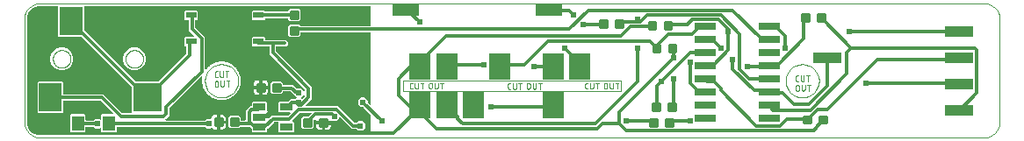
<source format=gtl>
G04 EAGLE Gerber RS-274X export*
G75*
%MOMM*%
%FSLAX34Y34*%
%LPD*%
%INTop Layer*%
%IPPOS*%
%AMOC8*
5,1,8,0,0,1.08239X$1,22.5*%
G01*
%ADD10C,0.001000*%
%ADD11C,0.050800*%
%ADD12R,2.032000X0.660400*%
%ADD13R,1.200000X1.400000*%
%ADD14R,1.000000X0.600000*%
%ADD15C,0.222250*%
%ADD16R,2.700000X1.000000*%
%ADD17R,2.540000X1.270000*%
%ADD18R,1.200000X0.690000*%
%ADD19C,0.000000*%
%ADD20R,2.200000X2.800000*%
%ADD21R,2.800000X2.800000*%
%ADD22R,2.159000X2.540000*%
%ADD23C,0.304800*%
%ADD24C,0.609600*%
%ADD25C,0.654800*%

G36*
X110020Y320477D02*
X110020Y320477D01*
X110039Y320475D01*
X110141Y320497D01*
X110243Y320513D01*
X110260Y320523D01*
X110280Y320527D01*
X110369Y320580D01*
X110460Y320629D01*
X110474Y320643D01*
X110491Y320653D01*
X110558Y320732D01*
X110629Y320807D01*
X110638Y320825D01*
X110651Y320840D01*
X110690Y320936D01*
X110733Y321030D01*
X110735Y321050D01*
X110743Y321068D01*
X110761Y321235D01*
X110761Y339526D01*
X110759Y339537D01*
X110760Y339544D01*
X110752Y339582D01*
X110746Y339616D01*
X110739Y339707D01*
X110727Y339737D01*
X110721Y339769D01*
X110679Y339849D01*
X110643Y339933D01*
X110617Y339965D01*
X110606Y339986D01*
X110583Y340008D01*
X110538Y340064D01*
X103354Y347248D01*
X103280Y347301D01*
X103211Y347361D01*
X103181Y347373D01*
X103154Y347392D01*
X103067Y347419D01*
X102983Y347453D01*
X102942Y347457D01*
X102919Y347464D01*
X102887Y347463D01*
X102816Y347471D01*
X100976Y347471D01*
X98297Y350150D01*
X98297Y353938D01*
X100976Y356617D01*
X104764Y356617D01*
X107443Y353938D01*
X107443Y352098D01*
X107457Y352008D01*
X107465Y351917D01*
X107477Y351887D01*
X107482Y351855D01*
X107525Y351775D01*
X107561Y351691D01*
X107587Y351659D01*
X107598Y351638D01*
X107621Y351616D01*
X107666Y351560D01*
X109462Y349764D01*
X109520Y349722D01*
X109572Y349673D01*
X109619Y349651D01*
X109661Y349620D01*
X109730Y349599D01*
X109795Y349569D01*
X109847Y349563D01*
X109897Y349548D01*
X109968Y349550D01*
X110039Y349542D01*
X110090Y349553D01*
X110142Y349554D01*
X110210Y349579D01*
X110280Y349594D01*
X110324Y349621D01*
X110373Y349639D01*
X110429Y349684D01*
X110491Y349720D01*
X110525Y349760D01*
X110565Y349792D01*
X110604Y349853D01*
X110651Y349907D01*
X110670Y349956D01*
X110698Y349999D01*
X110716Y350069D01*
X110743Y350135D01*
X110751Y350207D01*
X110759Y350238D01*
X110757Y350261D01*
X110761Y350302D01*
X110761Y419100D01*
X110758Y419120D01*
X110760Y419139D01*
X110738Y419241D01*
X110721Y419343D01*
X110712Y419360D01*
X110708Y419380D01*
X110655Y419469D01*
X110606Y419560D01*
X110592Y419574D01*
X110582Y419591D01*
X110503Y419658D01*
X110428Y419730D01*
X110410Y419738D01*
X110395Y419751D01*
X110299Y419790D01*
X110205Y419833D01*
X110185Y419835D01*
X110167Y419843D01*
X110000Y419861D01*
X43699Y419861D01*
X43679Y419858D01*
X43660Y419860D01*
X43558Y419838D01*
X43456Y419822D01*
X43439Y419812D01*
X43419Y419808D01*
X43330Y419755D01*
X43239Y419706D01*
X43225Y419692D01*
X43208Y419682D01*
X43141Y419603D01*
X43069Y419528D01*
X43061Y419510D01*
X43048Y419495D01*
X43009Y419399D01*
X42966Y419305D01*
X42964Y419285D01*
X42956Y419267D01*
X42938Y419100D01*
X42938Y416762D01*
X41394Y415218D01*
X32542Y415218D01*
X30998Y416762D01*
X30998Y425614D01*
X32542Y427158D01*
X41394Y427158D01*
X42370Y426182D01*
X42444Y426129D01*
X42513Y426069D01*
X42543Y426057D01*
X42569Y426038D01*
X42656Y426011D01*
X42741Y425977D01*
X42782Y425973D01*
X42804Y425966D01*
X42837Y425967D01*
X42908Y425959D01*
X110000Y425959D01*
X110020Y425962D01*
X110039Y425960D01*
X110141Y425982D01*
X110243Y425998D01*
X110260Y426008D01*
X110280Y426012D01*
X110369Y426065D01*
X110460Y426114D01*
X110474Y426128D01*
X110491Y426138D01*
X110558Y426217D01*
X110629Y426292D01*
X110638Y426310D01*
X110651Y426325D01*
X110690Y426421D01*
X110733Y426515D01*
X110735Y426535D01*
X110743Y426553D01*
X110761Y426720D01*
X110761Y444621D01*
X110758Y444641D01*
X110760Y444660D01*
X110738Y444762D01*
X110721Y444864D01*
X110712Y444881D01*
X110708Y444901D01*
X110655Y444990D01*
X110606Y445081D01*
X110592Y445095D01*
X110582Y445112D01*
X110503Y445179D01*
X110428Y445251D01*
X110410Y445259D01*
X110395Y445272D01*
X110299Y445311D01*
X110205Y445354D01*
X110185Y445356D01*
X110167Y445364D01*
X110000Y445382D01*
X-165114Y445382D01*
X-165134Y445379D01*
X-165153Y445381D01*
X-165255Y445359D01*
X-165357Y445343D01*
X-165374Y445333D01*
X-165394Y445329D01*
X-165483Y445276D01*
X-165574Y445227D01*
X-165588Y445213D01*
X-165605Y445203D01*
X-165672Y445124D01*
X-165744Y445049D01*
X-165752Y445031D01*
X-165765Y445016D01*
X-165804Y444920D01*
X-165847Y444826D01*
X-165849Y444806D01*
X-165857Y444788D01*
X-165875Y444621D01*
X-165875Y421962D01*
X-165861Y421872D01*
X-165853Y421781D01*
X-165841Y421751D01*
X-165836Y421719D01*
X-165793Y421639D01*
X-165757Y421555D01*
X-165731Y421523D01*
X-165720Y421502D01*
X-165697Y421480D01*
X-165652Y421424D01*
X-116976Y372748D01*
X-116902Y372695D01*
X-116833Y372635D01*
X-116803Y372623D01*
X-116776Y372604D01*
X-116689Y372577D01*
X-116605Y372543D01*
X-116564Y372539D01*
X-116541Y372532D01*
X-116509Y372533D01*
X-116438Y372525D01*
X-93874Y372525D01*
X-93784Y372539D01*
X-93693Y372547D01*
X-93663Y372559D01*
X-93631Y372564D01*
X-93551Y372607D01*
X-93467Y372643D01*
X-93435Y372669D01*
X-93414Y372680D01*
X-93392Y372703D01*
X-93336Y372748D01*
X-67280Y398804D01*
X-67227Y398878D01*
X-67167Y398947D01*
X-67155Y398977D01*
X-67136Y399004D01*
X-67109Y399091D01*
X-67075Y399175D01*
X-67071Y399216D01*
X-67064Y399239D01*
X-67065Y399271D01*
X-67057Y399342D01*
X-67057Y405572D01*
X-67060Y405592D01*
X-67058Y405611D01*
X-67080Y405713D01*
X-67096Y405815D01*
X-67106Y405832D01*
X-67110Y405852D01*
X-67163Y405941D01*
X-67212Y406032D01*
X-67226Y406046D01*
X-67236Y406063D01*
X-67315Y406130D01*
X-67390Y406202D01*
X-67408Y406210D01*
X-67423Y406223D01*
X-67519Y406262D01*
X-67613Y406305D01*
X-67633Y406307D01*
X-67651Y406315D01*
X-67818Y406333D01*
X-68286Y406333D01*
X-69179Y407226D01*
X-69179Y414490D01*
X-68286Y415383D01*
X-60344Y415383D01*
X-60273Y415394D01*
X-60202Y415396D01*
X-60153Y415414D01*
X-60101Y415422D01*
X-60038Y415456D01*
X-59971Y415481D01*
X-59930Y415513D01*
X-59884Y415538D01*
X-59835Y415590D01*
X-59779Y415634D01*
X-59750Y415678D01*
X-59715Y415716D01*
X-59684Y415781D01*
X-59646Y415841D01*
X-59633Y415892D01*
X-59611Y415939D01*
X-59603Y416010D01*
X-59586Y416080D01*
X-59590Y416132D01*
X-59584Y416183D01*
X-59599Y416254D01*
X-59605Y416325D01*
X-59625Y416373D01*
X-59636Y416424D01*
X-59673Y416485D01*
X-59701Y416551D01*
X-59746Y416607D01*
X-59762Y416635D01*
X-59780Y416650D01*
X-59806Y416682D01*
X-64771Y421647D01*
X-64771Y430972D01*
X-64774Y430992D01*
X-64772Y431011D01*
X-64794Y431113D01*
X-64810Y431215D01*
X-64820Y431232D01*
X-64824Y431252D01*
X-64877Y431341D01*
X-64926Y431432D01*
X-64940Y431446D01*
X-64950Y431463D01*
X-65029Y431530D01*
X-65104Y431602D01*
X-65122Y431610D01*
X-65137Y431623D01*
X-65233Y431662D01*
X-65327Y431705D01*
X-65347Y431707D01*
X-65365Y431715D01*
X-65532Y431733D01*
X-68286Y431733D01*
X-69179Y432626D01*
X-69179Y439890D01*
X-68286Y440783D01*
X-57022Y440783D01*
X-56129Y439890D01*
X-56129Y432626D01*
X-57022Y431733D01*
X-57912Y431733D01*
X-57932Y431730D01*
X-57951Y431732D01*
X-58053Y431710D01*
X-58155Y431694D01*
X-58172Y431684D01*
X-58192Y431680D01*
X-58281Y431627D01*
X-58372Y431578D01*
X-58386Y431564D01*
X-58403Y431554D01*
X-58470Y431475D01*
X-58542Y431400D01*
X-58550Y431382D01*
X-58563Y431367D01*
X-58602Y431271D01*
X-58645Y431177D01*
X-58647Y431157D01*
X-58655Y431139D01*
X-58673Y430972D01*
X-58673Y424488D01*
X-58659Y424398D01*
X-58651Y424307D01*
X-58639Y424277D01*
X-58634Y424245D01*
X-58591Y424165D01*
X-58555Y424081D01*
X-58529Y424049D01*
X-58518Y424028D01*
X-58495Y424006D01*
X-58450Y423950D01*
X-49529Y415029D01*
X-49529Y384754D01*
X-49528Y384748D01*
X-49529Y384742D01*
X-49508Y384626D01*
X-49490Y384511D01*
X-49487Y384506D01*
X-49486Y384500D01*
X-49429Y384396D01*
X-49374Y384294D01*
X-49370Y384290D01*
X-49367Y384284D01*
X-49281Y384205D01*
X-49196Y384124D01*
X-49191Y384122D01*
X-49186Y384118D01*
X-49079Y384070D01*
X-48973Y384021D01*
X-48967Y384020D01*
X-48962Y384018D01*
X-48844Y384007D01*
X-48729Y383994D01*
X-48723Y383995D01*
X-48717Y383994D01*
X-48552Y384024D01*
X-48445Y384056D01*
X-48428Y384064D01*
X-48410Y384067D01*
X-48318Y384117D01*
X-48223Y384163D01*
X-48210Y384176D01*
X-48194Y384184D01*
X-48074Y384301D01*
X-47401Y385116D01*
X-47392Y385132D01*
X-47378Y385145D01*
X-47330Y385238D01*
X-47277Y385329D01*
X-47274Y385347D01*
X-47265Y385364D01*
X-47231Y385528D01*
X-47226Y385574D01*
X-46660Y386038D01*
X-46644Y386056D01*
X-46554Y386144D01*
X-46090Y386710D01*
X-46044Y386715D01*
X-46026Y386719D01*
X-46007Y386719D01*
X-45907Y386751D01*
X-45806Y386777D01*
X-45790Y386788D01*
X-45772Y386793D01*
X-45632Y386885D01*
X-44817Y387558D01*
X-44805Y387571D01*
X-44790Y387581D01*
X-44725Y387664D01*
X-44655Y387743D01*
X-44648Y387760D01*
X-44637Y387774D01*
X-44572Y387929D01*
X-44554Y387987D01*
X-43890Y388342D01*
X-43872Y388356D01*
X-43765Y388426D01*
X-43177Y388911D01*
X-43113Y388905D01*
X-43094Y388906D01*
X-43075Y388902D01*
X-42972Y388914D01*
X-42868Y388921D01*
X-42850Y388928D01*
X-42831Y388930D01*
X-42675Y388994D01*
X-41787Y389476D01*
X-41774Y389486D01*
X-41758Y389492D01*
X-41677Y389561D01*
X-41593Y389627D01*
X-41583Y389641D01*
X-41571Y389652D01*
X-41477Y389790D01*
X-41444Y389853D01*
X-40721Y390072D01*
X-40703Y390081D01*
X-40578Y390132D01*
X-39886Y390508D01*
X-39807Y390484D01*
X-39788Y390481D01*
X-39770Y390474D01*
X-39667Y390465D01*
X-39563Y390451D01*
X-39545Y390455D01*
X-39525Y390453D01*
X-39361Y390485D01*
X-38385Y390788D01*
X-38371Y390795D01*
X-38356Y390798D01*
X-38261Y390850D01*
X-38165Y390898D01*
X-38154Y390909D01*
X-38140Y390916D01*
X-38021Y391034D01*
X-37975Y391090D01*
X-37229Y391163D01*
X-37210Y391168D01*
X-37078Y391194D01*
X-36331Y391426D01*
X-36260Y391388D01*
X-36244Y391382D01*
X-36230Y391373D01*
X-36128Y391343D01*
X-36027Y391308D01*
X-36010Y391308D01*
X-35994Y391303D01*
X-35826Y391301D01*
X-34692Y391413D01*
X-34676Y391417D01*
X-34659Y391417D01*
X-34557Y391449D01*
X-34454Y391476D01*
X-34440Y391486D01*
X-34424Y391491D01*
X-34284Y391582D01*
X-34241Y391617D01*
X-33520Y391544D01*
X-33499Y391546D01*
X-33368Y391544D01*
X-32647Y391617D01*
X-32604Y391582D01*
X-32590Y391574D01*
X-32578Y391562D01*
X-32484Y391512D01*
X-32392Y391459D01*
X-32375Y391456D01*
X-32360Y391448D01*
X-32196Y391413D01*
X-31062Y391301D01*
X-31045Y391302D01*
X-31028Y391299D01*
X-30923Y391310D01*
X-30816Y391317D01*
X-30801Y391324D01*
X-30784Y391325D01*
X-30628Y391388D01*
X-30557Y391426D01*
X-29810Y391194D01*
X-29791Y391191D01*
X-29659Y391163D01*
X-28913Y391090D01*
X-28867Y391034D01*
X-28856Y391024D01*
X-28848Y391011D01*
X-28764Y390943D01*
X-28683Y390871D01*
X-28669Y390865D01*
X-28657Y390855D01*
X-28503Y390788D01*
X-27527Y390485D01*
X-27508Y390482D01*
X-27491Y390475D01*
X-27387Y390465D01*
X-27284Y390451D01*
X-27265Y390455D01*
X-27246Y390453D01*
X-27081Y390484D01*
X-27002Y390508D01*
X-26310Y390132D01*
X-26291Y390125D01*
X-26167Y390072D01*
X-25444Y389853D01*
X-25411Y389790D01*
X-25401Y389777D01*
X-25395Y389761D01*
X-25327Y389679D01*
X-25263Y389594D01*
X-25249Y389585D01*
X-25239Y389572D01*
X-25101Y389476D01*
X-24212Y388994D01*
X-24194Y388987D01*
X-24179Y388976D01*
X-24079Y388947D01*
X-23980Y388913D01*
X-23961Y388913D01*
X-23942Y388907D01*
X-23775Y388905D01*
X-23711Y388911D01*
X-23123Y388426D01*
X-23104Y388415D01*
X-22998Y388342D01*
X-22334Y387987D01*
X-22316Y387929D01*
X-22308Y387912D01*
X-22305Y387894D01*
X-22255Y387802D01*
X-22209Y387707D01*
X-22196Y387694D01*
X-22188Y387678D01*
X-22071Y387558D01*
X-21256Y386885D01*
X-21240Y386876D01*
X-21227Y386862D01*
X-21133Y386814D01*
X-21043Y386761D01*
X-21025Y386758D01*
X-21008Y386749D01*
X-20844Y386715D01*
X-20798Y386710D01*
X-20334Y386144D01*
X-20316Y386128D01*
X-20228Y386038D01*
X-19662Y385574D01*
X-19657Y385528D01*
X-19653Y385510D01*
X-19653Y385491D01*
X-19621Y385391D01*
X-19595Y385290D01*
X-19584Y385274D01*
X-19579Y385256D01*
X-19487Y385116D01*
X-18814Y384301D01*
X-18801Y384289D01*
X-18791Y384274D01*
X-18708Y384209D01*
X-18629Y384139D01*
X-18612Y384132D01*
X-18598Y384121D01*
X-18443Y384056D01*
X-18385Y384038D01*
X-18030Y383374D01*
X-18016Y383356D01*
X-17946Y383249D01*
X-17461Y382661D01*
X-17467Y382597D01*
X-17466Y382578D01*
X-17470Y382559D01*
X-17458Y382456D01*
X-17451Y382352D01*
X-17444Y382334D01*
X-17442Y382315D01*
X-17378Y382159D01*
X-16896Y381271D01*
X-16886Y381258D01*
X-16880Y381242D01*
X-16811Y381161D01*
X-16745Y381077D01*
X-16731Y381067D01*
X-16720Y381055D01*
X-16582Y380961D01*
X-16519Y380928D01*
X-16300Y380205D01*
X-16291Y380187D01*
X-16240Y380062D01*
X-15864Y379370D01*
X-15888Y379291D01*
X-15891Y379272D01*
X-15898Y379254D01*
X-15907Y379151D01*
X-15921Y379047D01*
X-15917Y379029D01*
X-15919Y379009D01*
X-15887Y378845D01*
X-15584Y377869D01*
X-15577Y377855D01*
X-15574Y377840D01*
X-15522Y377745D01*
X-15474Y377649D01*
X-15463Y377638D01*
X-15456Y377624D01*
X-15338Y377505D01*
X-15282Y377459D01*
X-15209Y376713D01*
X-15204Y376694D01*
X-15178Y376562D01*
X-14946Y375815D01*
X-14984Y375744D01*
X-14990Y375728D01*
X-14999Y375714D01*
X-15029Y375612D01*
X-15064Y375511D01*
X-15064Y375494D01*
X-15069Y375478D01*
X-15071Y375310D01*
X-14959Y374176D01*
X-14955Y374160D01*
X-14955Y374143D01*
X-14923Y374041D01*
X-14896Y373938D01*
X-14886Y373924D01*
X-14881Y373908D01*
X-14790Y373768D01*
X-14755Y373725D01*
X-14828Y373004D01*
X-14826Y372983D01*
X-14828Y372852D01*
X-14755Y372131D01*
X-14790Y372088D01*
X-14798Y372074D01*
X-14810Y372062D01*
X-14860Y371968D01*
X-14913Y371876D01*
X-14916Y371859D01*
X-14924Y371844D01*
X-14959Y371680D01*
X-15071Y370546D01*
X-15070Y370529D01*
X-15073Y370512D01*
X-15062Y370406D01*
X-15055Y370300D01*
X-15048Y370285D01*
X-15047Y370268D01*
X-14984Y370112D01*
X-14946Y370041D01*
X-15178Y369294D01*
X-15181Y369275D01*
X-15209Y369143D01*
X-15282Y368397D01*
X-15338Y368351D01*
X-15348Y368340D01*
X-15361Y368332D01*
X-15429Y368248D01*
X-15501Y368167D01*
X-15507Y368153D01*
X-15517Y368141D01*
X-15584Y367987D01*
X-15887Y367011D01*
X-15890Y366992D01*
X-15897Y366975D01*
X-15907Y366870D01*
X-15921Y366768D01*
X-15917Y366749D01*
X-15919Y366730D01*
X-15888Y366565D01*
X-15864Y366486D01*
X-16240Y365794D01*
X-16247Y365775D01*
X-16300Y365651D01*
X-16519Y364928D01*
X-16582Y364895D01*
X-16595Y364885D01*
X-16611Y364879D01*
X-16693Y364811D01*
X-16778Y364747D01*
X-16787Y364733D01*
X-16800Y364723D01*
X-16896Y364585D01*
X-17378Y363697D01*
X-17385Y363678D01*
X-17396Y363663D01*
X-17425Y363563D01*
X-17459Y363464D01*
X-17459Y363445D01*
X-17465Y363427D01*
X-17467Y363259D01*
X-17461Y363195D01*
X-17946Y362608D01*
X-17957Y362588D01*
X-18030Y362482D01*
X-18385Y361818D01*
X-18443Y361800D01*
X-18460Y361792D01*
X-18478Y361789D01*
X-18570Y361739D01*
X-18665Y361693D01*
X-18678Y361680D01*
X-18694Y361672D01*
X-18814Y361555D01*
X-19487Y360740D01*
X-19496Y360724D01*
X-19510Y360711D01*
X-19558Y360618D01*
X-19611Y360527D01*
X-19614Y360509D01*
X-19623Y360492D01*
X-19657Y360328D01*
X-19662Y360282D01*
X-20228Y359818D01*
X-20244Y359800D01*
X-20334Y359712D01*
X-20798Y359146D01*
X-20844Y359141D01*
X-20862Y359137D01*
X-20881Y359137D01*
X-20981Y359105D01*
X-21082Y359079D01*
X-21098Y359068D01*
X-21116Y359063D01*
X-21256Y358971D01*
X-22071Y358298D01*
X-22083Y358285D01*
X-22098Y358275D01*
X-22163Y358192D01*
X-22233Y358113D01*
X-22240Y358096D01*
X-22251Y358082D01*
X-22316Y357927D01*
X-22334Y357869D01*
X-22998Y357514D01*
X-23016Y357500D01*
X-23123Y357430D01*
X-23711Y356945D01*
X-23775Y356951D01*
X-23794Y356950D01*
X-23813Y356954D01*
X-23916Y356942D01*
X-24020Y356935D01*
X-24038Y356928D01*
X-24057Y356926D01*
X-24213Y356862D01*
X-25101Y356380D01*
X-25114Y356370D01*
X-25130Y356364D01*
X-25211Y356295D01*
X-25295Y356229D01*
X-25305Y356215D01*
X-25317Y356204D01*
X-25411Y356066D01*
X-25444Y356003D01*
X-26167Y355784D01*
X-26185Y355775D01*
X-26310Y355724D01*
X-27002Y355348D01*
X-27081Y355372D01*
X-27100Y355375D01*
X-27118Y355382D01*
X-27221Y355391D01*
X-27325Y355405D01*
X-27343Y355401D01*
X-27363Y355403D01*
X-27527Y355371D01*
X-28503Y355068D01*
X-28517Y355061D01*
X-28532Y355058D01*
X-28627Y355006D01*
X-28723Y354958D01*
X-28734Y354947D01*
X-28748Y354940D01*
X-28867Y354822D01*
X-28913Y354766D01*
X-29659Y354693D01*
X-29678Y354688D01*
X-29810Y354662D01*
X-30557Y354430D01*
X-30628Y354468D01*
X-30644Y354474D01*
X-30658Y354483D01*
X-30760Y354513D01*
X-30861Y354548D01*
X-30878Y354548D01*
X-30894Y354553D01*
X-31062Y354555D01*
X-32196Y354443D01*
X-32212Y354439D01*
X-32229Y354439D01*
X-32331Y354407D01*
X-32434Y354380D01*
X-32448Y354370D01*
X-32464Y354365D01*
X-32604Y354274D01*
X-32647Y354239D01*
X-33368Y354312D01*
X-33389Y354310D01*
X-33520Y354312D01*
X-34241Y354239D01*
X-34284Y354274D01*
X-34298Y354282D01*
X-34310Y354294D01*
X-34404Y354344D01*
X-34496Y354397D01*
X-34513Y354400D01*
X-34528Y354408D01*
X-34692Y354443D01*
X-35826Y354555D01*
X-35843Y354554D01*
X-35860Y354557D01*
X-35965Y354546D01*
X-36072Y354539D01*
X-36087Y354532D01*
X-36104Y354531D01*
X-36260Y354468D01*
X-36331Y354430D01*
X-37078Y354662D01*
X-37097Y354665D01*
X-37229Y354693D01*
X-37975Y354766D01*
X-38021Y354822D01*
X-38032Y354832D01*
X-38040Y354845D01*
X-38124Y354913D01*
X-38205Y354985D01*
X-38219Y354991D01*
X-38231Y355001D01*
X-38385Y355068D01*
X-39361Y355371D01*
X-39380Y355374D01*
X-39397Y355381D01*
X-39501Y355391D01*
X-39604Y355405D01*
X-39623Y355401D01*
X-39642Y355403D01*
X-39807Y355372D01*
X-39886Y355348D01*
X-40578Y355724D01*
X-40597Y355731D01*
X-40721Y355784D01*
X-41444Y356003D01*
X-41477Y356066D01*
X-41487Y356079D01*
X-41493Y356095D01*
X-41561Y356177D01*
X-41625Y356262D01*
X-41639Y356271D01*
X-41649Y356284D01*
X-41787Y356380D01*
X-42675Y356862D01*
X-42694Y356869D01*
X-42709Y356880D01*
X-42809Y356909D01*
X-42908Y356943D01*
X-42927Y356943D01*
X-42945Y356949D01*
X-43113Y356951D01*
X-43177Y356945D01*
X-43765Y357430D01*
X-43784Y357441D01*
X-43890Y357514D01*
X-44554Y357869D01*
X-44572Y357927D01*
X-44580Y357944D01*
X-44583Y357962D01*
X-44633Y358054D01*
X-44679Y358149D01*
X-44692Y358162D01*
X-44700Y358178D01*
X-44817Y358298D01*
X-45632Y358971D01*
X-45648Y358980D01*
X-45661Y358994D01*
X-45754Y359042D01*
X-45845Y359095D01*
X-45863Y359098D01*
X-45880Y359107D01*
X-46044Y359141D01*
X-46090Y359146D01*
X-46554Y359712D01*
X-46572Y359728D01*
X-46660Y359818D01*
X-47226Y360282D01*
X-47231Y360328D01*
X-47235Y360346D01*
X-47235Y360365D01*
X-47267Y360465D01*
X-47293Y360566D01*
X-47304Y360582D01*
X-47309Y360600D01*
X-47401Y360740D01*
X-48074Y361555D01*
X-48087Y361567D01*
X-48097Y361582D01*
X-48180Y361647D01*
X-48259Y361717D01*
X-48276Y361724D01*
X-48290Y361735D01*
X-48445Y361800D01*
X-48503Y361818D01*
X-48858Y362482D01*
X-48872Y362499D01*
X-48942Y362607D01*
X-49427Y363195D01*
X-49421Y363259D01*
X-49422Y363278D01*
X-49418Y363297D01*
X-49430Y363400D01*
X-49437Y363504D01*
X-49444Y363522D01*
X-49446Y363541D01*
X-49510Y363697D01*
X-49992Y364585D01*
X-50002Y364598D01*
X-50008Y364614D01*
X-50077Y364695D01*
X-50143Y364779D01*
X-50157Y364789D01*
X-50168Y364801D01*
X-50306Y364895D01*
X-50369Y364928D01*
X-50588Y365651D01*
X-50596Y365666D01*
X-50596Y365667D01*
X-50597Y365670D01*
X-50648Y365794D01*
X-51024Y366486D01*
X-51000Y366565D01*
X-50997Y366584D01*
X-50990Y366601D01*
X-50981Y366705D01*
X-50967Y366808D01*
X-50971Y366827D01*
X-50969Y366847D01*
X-51001Y367011D01*
X-51304Y367987D01*
X-51311Y368001D01*
X-51314Y368016D01*
X-51366Y368111D01*
X-51414Y368207D01*
X-51425Y368218D01*
X-51432Y368232D01*
X-51550Y368351D01*
X-51606Y368397D01*
X-51679Y369143D01*
X-51684Y369162D01*
X-51710Y369294D01*
X-51942Y370041D01*
X-51904Y370112D01*
X-51898Y370128D01*
X-51889Y370142D01*
X-51859Y370244D01*
X-51824Y370345D01*
X-51824Y370362D01*
X-51819Y370378D01*
X-51817Y370546D01*
X-51929Y371680D01*
X-51933Y371696D01*
X-51933Y371713D01*
X-51965Y371815D01*
X-51992Y371918D01*
X-52002Y371932D01*
X-52007Y371948D01*
X-52098Y372088D01*
X-52133Y372131D01*
X-52060Y372852D01*
X-52062Y372873D01*
X-52060Y373004D01*
X-52133Y373725D01*
X-52098Y373768D01*
X-52090Y373782D01*
X-52078Y373794D01*
X-52028Y373888D01*
X-51975Y373980D01*
X-51972Y373997D01*
X-51964Y374012D01*
X-51929Y374176D01*
X-51817Y375310D01*
X-51818Y375327D01*
X-51815Y375344D01*
X-51826Y375449D01*
X-51833Y375556D01*
X-51840Y375571D01*
X-51841Y375588D01*
X-51904Y375744D01*
X-51942Y375815D01*
X-51832Y376167D01*
X-51824Y376229D01*
X-51805Y376289D01*
X-51807Y376350D01*
X-51798Y376410D01*
X-51810Y376472D01*
X-51812Y376535D01*
X-51833Y376592D01*
X-51844Y376652D01*
X-51875Y376707D01*
X-51896Y376766D01*
X-51934Y376813D01*
X-51964Y376867D01*
X-52011Y376909D01*
X-52050Y376958D01*
X-52101Y376991D01*
X-52146Y377032D01*
X-52204Y377057D01*
X-52257Y377091D01*
X-52316Y377106D01*
X-52372Y377130D01*
X-52434Y377136D01*
X-52495Y377151D01*
X-52556Y377146D01*
X-52617Y377152D01*
X-52678Y377137D01*
X-52740Y377132D01*
X-52796Y377108D01*
X-52856Y377094D01*
X-52909Y377060D01*
X-52967Y377036D01*
X-53036Y376980D01*
X-53064Y376962D01*
X-53075Y376949D01*
X-53098Y376931D01*
X-83596Y346432D01*
X-83649Y346358D01*
X-83709Y346289D01*
X-83721Y346259D01*
X-83740Y346232D01*
X-83767Y346145D01*
X-83801Y346061D01*
X-83805Y346020D01*
X-83812Y345997D01*
X-83811Y345965D01*
X-83819Y345894D01*
X-83819Y339351D01*
X-87352Y335818D01*
X-87394Y335760D01*
X-87443Y335708D01*
X-87465Y335661D01*
X-87496Y335619D01*
X-87517Y335550D01*
X-87547Y335485D01*
X-87553Y335433D01*
X-87568Y335383D01*
X-87566Y335312D01*
X-87574Y335241D01*
X-87563Y335190D01*
X-87562Y335138D01*
X-87537Y335070D01*
X-87522Y335000D01*
X-87495Y334955D01*
X-87477Y334907D01*
X-87432Y334851D01*
X-87396Y334789D01*
X-87356Y334755D01*
X-87324Y334715D01*
X-87263Y334676D01*
X-87209Y334629D01*
X-87160Y334610D01*
X-87117Y334582D01*
X-87047Y334564D01*
X-86981Y334537D01*
X-86909Y334529D01*
X-86878Y334521D01*
X-86855Y334523D01*
X-86814Y334519D01*
X-49453Y334519D01*
X-49363Y334533D01*
X-49272Y334541D01*
X-49243Y334553D01*
X-49211Y334558D01*
X-49130Y334601D01*
X-49046Y334637D01*
X-49014Y334663D01*
X-48993Y334674D01*
X-48971Y334697D01*
X-48915Y334742D01*
X-47614Y336043D01*
X-43983Y336043D01*
X-43963Y336046D01*
X-43944Y336044D01*
X-43842Y336066D01*
X-43740Y336082D01*
X-43723Y336092D01*
X-43703Y336096D01*
X-43614Y336149D01*
X-43523Y336198D01*
X-43509Y336212D01*
X-43492Y336222D01*
X-43425Y336301D01*
X-43353Y336376D01*
X-43345Y336394D01*
X-43332Y336409D01*
X-43293Y336505D01*
X-43250Y336599D01*
X-43248Y336619D01*
X-43240Y336637D01*
X-43222Y336804D01*
X-43222Y336847D01*
X-42973Y337775D01*
X-42492Y338608D01*
X-41812Y339288D01*
X-40979Y339769D01*
X-40051Y340018D01*
X-37759Y340018D01*
X-37759Y333794D01*
X-37756Y333774D01*
X-37758Y333755D01*
X-37736Y333653D01*
X-37719Y333551D01*
X-37710Y333534D01*
X-37706Y333514D01*
X-37653Y333425D01*
X-37604Y333334D01*
X-37590Y333320D01*
X-37580Y333303D01*
X-37501Y333236D01*
X-37426Y333165D01*
X-37408Y333156D01*
X-37393Y333143D01*
X-37297Y333104D01*
X-37203Y333061D01*
X-37183Y333059D01*
X-37165Y333051D01*
X-36998Y333033D01*
X-36235Y333033D01*
X-36235Y333031D01*
X-36998Y333031D01*
X-37018Y333028D01*
X-37037Y333030D01*
X-37139Y333008D01*
X-37241Y332991D01*
X-37258Y332982D01*
X-37278Y332978D01*
X-37367Y332925D01*
X-37458Y332876D01*
X-37472Y332862D01*
X-37489Y332852D01*
X-37556Y332773D01*
X-37627Y332698D01*
X-37636Y332680D01*
X-37649Y332665D01*
X-37688Y332569D01*
X-37731Y332475D01*
X-37733Y332455D01*
X-37741Y332437D01*
X-37759Y332270D01*
X-37759Y326046D01*
X-40051Y326046D01*
X-40979Y326295D01*
X-41812Y326776D01*
X-42341Y327305D01*
X-42358Y327317D01*
X-42370Y327332D01*
X-42457Y327388D01*
X-42541Y327449D01*
X-42560Y327455D01*
X-42577Y327465D01*
X-42677Y327491D01*
X-42776Y327521D01*
X-42796Y327521D01*
X-42815Y327525D01*
X-42918Y327517D01*
X-43022Y327515D01*
X-43041Y327508D01*
X-43061Y327506D01*
X-43156Y327466D01*
X-43253Y327430D01*
X-43269Y327418D01*
X-43287Y327410D01*
X-43418Y327305D01*
X-43826Y326897D01*
X-47614Y326897D01*
X-48915Y328198D01*
X-48989Y328251D01*
X-49059Y328311D01*
X-49089Y328323D01*
X-49115Y328342D01*
X-49202Y328369D01*
X-49287Y328403D01*
X-49328Y328407D01*
X-49350Y328414D01*
X-49382Y328413D01*
X-49453Y328421D01*
X-133676Y328421D01*
X-133696Y328418D01*
X-133715Y328420D01*
X-133817Y328398D01*
X-133919Y328382D01*
X-133936Y328372D01*
X-133956Y328368D01*
X-134045Y328315D01*
X-134136Y328266D01*
X-134150Y328252D01*
X-134167Y328242D01*
X-134234Y328163D01*
X-134306Y328088D01*
X-134314Y328070D01*
X-134327Y328055D01*
X-134366Y327959D01*
X-134409Y327865D01*
X-134411Y327845D01*
X-134419Y327827D01*
X-134437Y327660D01*
X-134437Y324378D01*
X-135330Y323485D01*
X-148594Y323485D01*
X-149487Y324378D01*
X-149487Y326841D01*
X-149498Y326911D01*
X-149500Y326983D01*
X-149518Y327032D01*
X-149526Y327083D01*
X-149560Y327147D01*
X-149585Y327214D01*
X-149617Y327255D01*
X-149642Y327301D01*
X-149694Y327350D01*
X-149738Y327406D01*
X-149782Y327434D01*
X-149820Y327470D01*
X-149885Y327500D01*
X-149945Y327539D01*
X-149996Y327552D01*
X-150043Y327574D01*
X-150114Y327582D01*
X-150184Y327599D01*
X-150236Y327595D01*
X-150287Y327601D01*
X-150358Y327586D01*
X-150429Y327580D01*
X-150477Y327560D01*
X-150528Y327549D01*
X-150589Y327512D01*
X-150655Y327484D01*
X-150711Y327439D01*
X-150739Y327422D01*
X-150754Y327405D01*
X-150786Y327379D01*
X-151268Y326897D01*
X-155056Y326897D01*
X-156357Y328198D01*
X-156431Y328251D01*
X-156501Y328311D01*
X-156531Y328323D01*
X-156557Y328342D01*
X-156644Y328369D01*
X-156729Y328403D01*
X-156770Y328407D01*
X-156792Y328414D01*
X-156824Y328413D01*
X-156895Y328421D01*
X-163676Y328421D01*
X-163696Y328418D01*
X-163715Y328420D01*
X-163817Y328398D01*
X-163919Y328382D01*
X-163936Y328372D01*
X-163956Y328368D01*
X-164045Y328315D01*
X-164136Y328266D01*
X-164150Y328252D01*
X-164167Y328242D01*
X-164234Y328163D01*
X-164306Y328088D01*
X-164314Y328070D01*
X-164327Y328055D01*
X-164366Y327959D01*
X-164409Y327865D01*
X-164411Y327845D01*
X-164419Y327827D01*
X-164437Y327660D01*
X-164437Y324378D01*
X-165330Y323485D01*
X-178594Y323485D01*
X-179487Y324378D01*
X-179487Y339642D01*
X-178594Y340535D01*
X-165330Y340535D01*
X-164437Y339642D01*
X-164437Y335280D01*
X-164434Y335260D01*
X-164436Y335241D01*
X-164414Y335139D01*
X-164398Y335037D01*
X-164388Y335020D01*
X-164384Y335000D01*
X-164331Y334911D01*
X-164282Y334820D01*
X-164268Y334806D01*
X-164258Y334789D01*
X-164179Y334722D01*
X-164104Y334650D01*
X-164086Y334642D01*
X-164071Y334629D01*
X-163975Y334590D01*
X-163881Y334547D01*
X-163861Y334545D01*
X-163843Y334537D01*
X-163676Y334519D01*
X-156895Y334519D01*
X-156805Y334533D01*
X-156714Y334541D01*
X-156685Y334553D01*
X-156653Y334558D01*
X-156572Y334601D01*
X-156488Y334637D01*
X-156456Y334663D01*
X-156435Y334674D01*
X-156413Y334697D01*
X-156357Y334742D01*
X-155056Y336043D01*
X-151268Y336043D01*
X-150786Y335561D01*
X-150728Y335519D01*
X-150676Y335470D01*
X-150629Y335448D01*
X-150587Y335418D01*
X-150518Y335396D01*
X-150453Y335366D01*
X-150401Y335361D01*
X-150351Y335345D01*
X-150280Y335347D01*
X-150209Y335339D01*
X-150158Y335350D01*
X-150106Y335352D01*
X-150038Y335376D01*
X-149968Y335391D01*
X-149923Y335418D01*
X-149875Y335436D01*
X-149819Y335481D01*
X-149757Y335518D01*
X-149723Y335557D01*
X-149683Y335590D01*
X-149644Y335650D01*
X-149597Y335704D01*
X-149578Y335753D01*
X-149550Y335797D01*
X-149532Y335866D01*
X-149505Y335933D01*
X-149497Y336004D01*
X-149489Y336035D01*
X-149491Y336058D01*
X-149487Y336099D01*
X-149487Y339642D01*
X-148594Y340535D01*
X-138658Y340535D01*
X-138587Y340546D01*
X-138516Y340548D01*
X-138467Y340566D01*
X-138415Y340574D01*
X-138352Y340608D01*
X-138285Y340633D01*
X-138244Y340665D01*
X-138198Y340690D01*
X-138149Y340741D01*
X-138093Y340786D01*
X-138064Y340830D01*
X-138029Y340868D01*
X-137998Y340933D01*
X-137960Y340993D01*
X-137947Y341044D01*
X-137925Y341091D01*
X-137917Y341162D01*
X-137900Y341232D01*
X-137904Y341284D01*
X-137898Y341335D01*
X-137913Y341406D01*
X-137919Y341477D01*
X-137939Y341525D01*
X-137950Y341576D01*
X-137987Y341637D01*
X-138015Y341703D01*
X-138060Y341759D01*
X-138076Y341787D01*
X-138094Y341802D01*
X-138120Y341834D01*
X-149630Y353344D01*
X-149704Y353397D01*
X-149773Y353457D01*
X-149803Y353469D01*
X-149830Y353488D01*
X-149917Y353515D01*
X-150001Y353549D01*
X-150042Y353553D01*
X-150065Y353560D01*
X-150097Y353559D01*
X-150168Y353567D01*
X-185114Y353567D01*
X-185134Y353564D01*
X-185153Y353566D01*
X-185255Y353544D01*
X-185357Y353528D01*
X-185374Y353518D01*
X-185394Y353514D01*
X-185483Y353461D01*
X-185574Y353412D01*
X-185588Y353398D01*
X-185605Y353388D01*
X-185672Y353309D01*
X-185744Y353234D01*
X-185752Y353216D01*
X-185765Y353201D01*
X-185804Y353105D01*
X-185847Y353011D01*
X-185849Y352991D01*
X-185857Y352973D01*
X-185875Y352806D01*
X-185875Y342368D01*
X-186768Y341475D01*
X-210032Y341475D01*
X-210925Y342368D01*
X-210925Y371632D01*
X-210032Y372525D01*
X-186768Y372525D01*
X-185875Y371632D01*
X-185875Y360426D01*
X-185872Y360406D01*
X-185874Y360387D01*
X-185852Y360285D01*
X-185836Y360183D01*
X-185826Y360166D01*
X-185822Y360146D01*
X-185769Y360057D01*
X-185720Y359966D01*
X-185706Y359952D01*
X-185696Y359935D01*
X-185617Y359868D01*
X-185542Y359796D01*
X-185524Y359788D01*
X-185509Y359775D01*
X-185413Y359736D01*
X-185319Y359693D01*
X-185299Y359691D01*
X-185281Y359683D01*
X-185114Y359665D01*
X-147327Y359665D01*
X-145318Y357656D01*
X-129262Y341600D01*
X-129188Y341547D01*
X-129119Y341487D01*
X-129089Y341475D01*
X-129062Y341456D01*
X-128975Y341429D01*
X-128891Y341395D01*
X-128850Y341391D01*
X-128827Y341384D01*
X-128795Y341385D01*
X-128724Y341377D01*
X-120686Y341377D01*
X-120666Y341380D01*
X-120647Y341378D01*
X-120545Y341400D01*
X-120443Y341416D01*
X-120426Y341426D01*
X-120406Y341430D01*
X-120317Y341483D01*
X-120226Y341532D01*
X-120212Y341546D01*
X-120195Y341556D01*
X-120128Y341635D01*
X-120056Y341710D01*
X-120048Y341728D01*
X-120035Y341743D01*
X-119996Y341839D01*
X-119953Y341933D01*
X-119951Y341953D01*
X-119943Y341971D01*
X-119925Y342138D01*
X-119925Y366758D01*
X-119939Y366848D01*
X-119947Y366939D01*
X-119959Y366969D01*
X-119964Y367001D01*
X-120007Y367081D01*
X-120043Y367165D01*
X-120069Y367197D01*
X-120080Y367218D01*
X-120103Y367240D01*
X-120148Y367296D01*
X-168104Y415252D01*
X-168178Y415305D01*
X-168247Y415365D01*
X-168277Y415377D01*
X-168304Y415396D01*
X-168391Y415423D01*
X-168475Y415457D01*
X-168516Y415461D01*
X-168539Y415468D01*
X-168571Y415467D01*
X-168642Y415475D01*
X-190032Y415475D01*
X-190925Y416368D01*
X-190925Y444621D01*
X-190928Y444641D01*
X-190926Y444660D01*
X-190948Y444762D01*
X-190964Y444864D01*
X-190974Y444881D01*
X-190978Y444901D01*
X-191031Y444990D01*
X-191080Y445081D01*
X-191094Y445095D01*
X-191104Y445112D01*
X-191183Y445179D01*
X-191258Y445251D01*
X-191276Y445259D01*
X-191291Y445272D01*
X-191387Y445311D01*
X-191481Y445354D01*
X-191501Y445356D01*
X-191519Y445364D01*
X-191686Y445382D01*
X-208201Y445382D01*
X-208228Y445378D01*
X-208278Y445378D01*
X-210808Y445121D01*
X-210829Y445115D01*
X-210957Y445090D01*
X-213154Y444406D01*
X-213176Y444395D01*
X-213292Y444347D01*
X-215286Y443261D01*
X-215307Y443245D01*
X-215407Y443180D01*
X-217152Y441738D01*
X-217170Y441718D01*
X-217254Y441636D01*
X-218696Y439891D01*
X-218709Y439868D01*
X-218777Y439770D01*
X-219863Y437776D01*
X-219871Y437753D01*
X-219922Y437638D01*
X-220606Y435441D01*
X-220609Y435420D01*
X-220637Y435292D01*
X-220894Y432762D01*
X-220893Y432735D01*
X-220898Y432685D01*
X-220898Y333171D01*
X-220894Y333144D01*
X-220894Y333094D01*
X-220637Y330564D01*
X-220631Y330543D01*
X-220606Y330415D01*
X-219922Y328218D01*
X-219911Y328196D01*
X-219863Y328080D01*
X-218777Y326086D01*
X-218761Y326065D01*
X-218696Y325965D01*
X-217254Y324220D01*
X-217234Y324202D01*
X-217152Y324118D01*
X-215407Y322676D01*
X-215384Y322663D01*
X-215286Y322595D01*
X-213292Y321509D01*
X-213269Y321501D01*
X-213154Y321450D01*
X-210957Y320766D01*
X-210936Y320763D01*
X-210808Y320735D01*
X-208278Y320478D01*
X-208251Y320479D01*
X-208201Y320474D01*
X110000Y320474D01*
X110020Y320477D01*
G37*
%LPC*%
G36*
X-3407Y323417D02*
X-3407Y323417D01*
X-4300Y324310D01*
X-4300Y326571D01*
X-4302Y326588D01*
X-4301Y326603D01*
X-4315Y326669D01*
X-4322Y326752D01*
X-4334Y326782D01*
X-4339Y326814D01*
X-4351Y326836D01*
X-4353Y326844D01*
X-4373Y326878D01*
X-4382Y326894D01*
X-4418Y326978D01*
X-4444Y327010D01*
X-4455Y327031D01*
X-4478Y327053D01*
X-4523Y327109D01*
X-5612Y328198D01*
X-5686Y328251D01*
X-5755Y328311D01*
X-5785Y328323D01*
X-5812Y328342D01*
X-5899Y328369D01*
X-5983Y328403D01*
X-6024Y328407D01*
X-6047Y328414D01*
X-6079Y328413D01*
X-6150Y328421D01*
X-14896Y328421D01*
X-14986Y328407D01*
X-15077Y328399D01*
X-15107Y328387D01*
X-15139Y328382D01*
X-15219Y328339D01*
X-15303Y328303D01*
X-15335Y328277D01*
X-15356Y328266D01*
X-15378Y328243D01*
X-15434Y328198D01*
X-16570Y327062D01*
X-25422Y327062D01*
X-26966Y328606D01*
X-26966Y337458D01*
X-25422Y339002D01*
X-16570Y339002D01*
X-15026Y337458D01*
X-15026Y335280D01*
X-15023Y335260D01*
X-15025Y335241D01*
X-15003Y335139D01*
X-14987Y335037D01*
X-14977Y335020D01*
X-14973Y335000D01*
X-14920Y334911D01*
X-14871Y334820D01*
X-14857Y334806D01*
X-14847Y334789D01*
X-14768Y334722D01*
X-14693Y334650D01*
X-14675Y334642D01*
X-14660Y334629D01*
X-14564Y334590D01*
X-14470Y334547D01*
X-14450Y334545D01*
X-14432Y334537D01*
X-14265Y334519D01*
X-10668Y334519D01*
X-10648Y334522D01*
X-10629Y334520D01*
X-10527Y334542D01*
X-10425Y334558D01*
X-10408Y334568D01*
X-10388Y334572D01*
X-10299Y334625D01*
X-10208Y334674D01*
X-10194Y334688D01*
X-10177Y334698D01*
X-10110Y334777D01*
X-10038Y334852D01*
X-10030Y334870D01*
X-10017Y334885D01*
X-9978Y334981D01*
X-9935Y335075D01*
X-9933Y335095D01*
X-9925Y335113D01*
X-9907Y335280D01*
X-9907Y344163D01*
X-5835Y348235D01*
X-5061Y348235D01*
X-5041Y348238D01*
X-5022Y348236D01*
X-4920Y348258D01*
X-4818Y348274D01*
X-4801Y348284D01*
X-4781Y348288D01*
X-4692Y348341D01*
X-4601Y348390D01*
X-4587Y348404D01*
X-4570Y348414D01*
X-4503Y348493D01*
X-4431Y348568D01*
X-4423Y348586D01*
X-4410Y348601D01*
X-4371Y348697D01*
X-4328Y348791D01*
X-4326Y348811D01*
X-4318Y348829D01*
X-4300Y348996D01*
X-4300Y351474D01*
X-3407Y352367D01*
X9857Y352367D01*
X10750Y351474D01*
X10750Y343726D01*
X10764Y343636D01*
X10772Y343545D01*
X10784Y343515D01*
X10789Y343483D01*
X10832Y343402D01*
X10868Y343318D01*
X10894Y343286D01*
X10905Y343266D01*
X10928Y343243D01*
X10973Y343187D01*
X11258Y342902D01*
X11593Y342323D01*
X11766Y341676D01*
X11766Y339415D01*
X3987Y339415D01*
X3967Y339412D01*
X3948Y339414D01*
X3846Y339392D01*
X3744Y339375D01*
X3727Y339366D01*
X3707Y339362D01*
X3618Y339309D01*
X3527Y339260D01*
X3513Y339246D01*
X3496Y339236D01*
X3429Y339157D01*
X3358Y339082D01*
X3349Y339064D01*
X3336Y339049D01*
X3297Y338953D01*
X3254Y338859D01*
X3252Y338839D01*
X3244Y338821D01*
X3226Y338654D01*
X3226Y337130D01*
X3229Y337110D01*
X3227Y337091D01*
X3249Y336989D01*
X3266Y336887D01*
X3275Y336870D01*
X3279Y336850D01*
X3332Y336761D01*
X3381Y336670D01*
X3395Y336656D01*
X3405Y336639D01*
X3484Y336572D01*
X3559Y336501D01*
X3577Y336492D01*
X3592Y336479D01*
X3688Y336440D01*
X3782Y336397D01*
X3802Y336395D01*
X3820Y336387D01*
X3987Y336369D01*
X11702Y336369D01*
X11792Y336384D01*
X11883Y336391D01*
X11913Y336403D01*
X11945Y336409D01*
X12025Y336451D01*
X12109Y336487D01*
X12141Y336513D01*
X12162Y336524D01*
X12184Y336547D01*
X12240Y336592D01*
X14739Y339091D01*
X30426Y339091D01*
X30516Y339105D01*
X30607Y339113D01*
X30637Y339125D01*
X30669Y339130D01*
X30749Y339173D01*
X30833Y339209D01*
X30865Y339235D01*
X30886Y339246D01*
X30908Y339269D01*
X30964Y339314D01*
X32768Y341118D01*
X32810Y341176D01*
X32859Y341228D01*
X32881Y341275D01*
X32912Y341317D01*
X32933Y341386D01*
X32963Y341451D01*
X32969Y341503D01*
X32984Y341553D01*
X32982Y341624D01*
X32990Y341695D01*
X32979Y341746D01*
X32978Y341798D01*
X32953Y341866D01*
X32938Y341936D01*
X32911Y341981D01*
X32893Y342029D01*
X32848Y342085D01*
X32812Y342147D01*
X32772Y342181D01*
X32740Y342221D01*
X32679Y342260D01*
X32625Y342307D01*
X32576Y342326D01*
X32533Y342354D01*
X32463Y342372D01*
X32397Y342399D01*
X32325Y342407D01*
X32294Y342415D01*
X32271Y342413D01*
X32230Y342417D01*
X22595Y342417D01*
X21702Y343310D01*
X21702Y351474D01*
X22595Y352367D01*
X29986Y352367D01*
X30076Y352381D01*
X30167Y352389D01*
X30197Y352401D01*
X30229Y352406D01*
X30309Y352449D01*
X30393Y352485D01*
X30425Y352511D01*
X30446Y352522D01*
X30468Y352545D01*
X30524Y352590D01*
X33027Y355093D01*
X37415Y355093D01*
X37505Y355107D01*
X37596Y355115D01*
X37625Y355127D01*
X37657Y355132D01*
X37738Y355175D01*
X37822Y355211D01*
X37854Y355237D01*
X37875Y355248D01*
X37897Y355271D01*
X37953Y355316D01*
X38715Y356078D01*
X38726Y356094D01*
X38742Y356106D01*
X38798Y356194D01*
X38858Y356277D01*
X38864Y356296D01*
X38875Y356313D01*
X38900Y356414D01*
X38931Y356513D01*
X38930Y356532D01*
X38935Y356552D01*
X38927Y356655D01*
X38924Y356758D01*
X38918Y356777D01*
X38916Y356797D01*
X38876Y356892D01*
X38840Y356989D01*
X38827Y357005D01*
X38820Y357023D01*
X38715Y357154D01*
X37953Y357916D01*
X37879Y357969D01*
X37809Y358029D01*
X37779Y358041D01*
X37753Y358060D01*
X37666Y358087D01*
X37642Y358096D01*
X35590Y360148D01*
X33250Y362488D01*
X33176Y362541D01*
X33107Y362601D01*
X33077Y362613D01*
X33050Y362632D01*
X32963Y362659D01*
X32879Y362693D01*
X32838Y362697D01*
X32815Y362704D01*
X32783Y362703D01*
X32712Y362711D01*
X26501Y362711D01*
X26481Y362708D01*
X26462Y362710D01*
X26360Y362688D01*
X26258Y362672D01*
X26241Y362662D01*
X26221Y362658D01*
X26132Y362605D01*
X26041Y362556D01*
X26027Y362542D01*
X26010Y362532D01*
X25943Y362453D01*
X25871Y362378D01*
X25863Y362360D01*
X25850Y362345D01*
X25811Y362249D01*
X25768Y362155D01*
X25766Y362135D01*
X25758Y362117D01*
X25750Y362045D01*
X24196Y360490D01*
X15344Y360490D01*
X13800Y362034D01*
X13800Y370886D01*
X15344Y372430D01*
X24196Y372430D01*
X25740Y370886D01*
X25740Y369570D01*
X25743Y369550D01*
X25741Y369531D01*
X25763Y369429D01*
X25779Y369327D01*
X25789Y369310D01*
X25793Y369290D01*
X25846Y369201D01*
X25895Y369110D01*
X25909Y369096D01*
X25919Y369079D01*
X25998Y369012D01*
X26073Y368940D01*
X26091Y368932D01*
X26106Y368919D01*
X26202Y368880D01*
X26296Y368837D01*
X26316Y368835D01*
X26334Y368827D01*
X26501Y368809D01*
X35553Y368809D01*
X37562Y366800D01*
X38389Y365972D01*
X38405Y365961D01*
X38418Y365945D01*
X38505Y365889D01*
X38589Y365829D01*
X38608Y365823D01*
X38625Y365812D01*
X38725Y365787D01*
X38824Y365757D01*
X38844Y365757D01*
X38863Y365752D01*
X38966Y365760D01*
X38984Y365761D01*
X43042Y365761D01*
X45721Y363082D01*
X45721Y359294D01*
X43581Y357154D01*
X43570Y357138D01*
X43554Y357126D01*
X43498Y357038D01*
X43438Y356955D01*
X43432Y356936D01*
X43421Y356919D01*
X43396Y356818D01*
X43365Y356719D01*
X43366Y356700D01*
X43361Y356680D01*
X43369Y356577D01*
X43372Y356474D01*
X43378Y356455D01*
X43380Y356435D01*
X43420Y356340D01*
X43456Y356243D01*
X43469Y356227D01*
X43476Y356209D01*
X43581Y356078D01*
X43973Y355685D01*
X43989Y355674D01*
X44002Y355658D01*
X44082Y355607D01*
X44088Y355602D01*
X44093Y355600D01*
X44173Y355542D01*
X44192Y355536D01*
X44209Y355525D01*
X44309Y355500D01*
X44408Y355470D01*
X44428Y355470D01*
X44447Y355465D01*
X44550Y355473D01*
X44654Y355476D01*
X44673Y355483D01*
X44693Y355484D01*
X44787Y355525D01*
X44885Y355560D01*
X44901Y355573D01*
X44919Y355581D01*
X45050Y355685D01*
X47020Y357656D01*
X47073Y357730D01*
X47133Y357799D01*
X47145Y357829D01*
X47164Y357856D01*
X47191Y357943D01*
X47225Y358027D01*
X47229Y358068D01*
X47236Y358091D01*
X47235Y358123D01*
X47243Y358194D01*
X47243Y364182D01*
X47229Y364272D01*
X47221Y364363D01*
X47209Y364393D01*
X47204Y364425D01*
X47161Y364505D01*
X47125Y364589D01*
X47099Y364621D01*
X47088Y364642D01*
X47065Y364664D01*
X47020Y364720D01*
X12953Y398787D01*
X12953Y405384D01*
X12950Y405404D01*
X12952Y405423D01*
X12930Y405525D01*
X12914Y405627D01*
X12904Y405644D01*
X12900Y405664D01*
X12847Y405753D01*
X12798Y405844D01*
X12784Y405858D01*
X12774Y405875D01*
X12695Y405942D01*
X12620Y406014D01*
X12602Y406022D01*
X12587Y406035D01*
X12491Y406074D01*
X12397Y406117D01*
X12377Y406119D01*
X12359Y406127D01*
X12192Y406145D01*
X2446Y406145D01*
X2423Y406141D01*
X2382Y406143D01*
X1255Y406048D01*
X1227Y406059D01*
X1172Y406092D01*
X1114Y406105D01*
X1059Y406127D01*
X1031Y406130D01*
X984Y406163D01*
X915Y406223D01*
X885Y406235D01*
X858Y406254D01*
X771Y406281D01*
X687Y406315D01*
X646Y406319D01*
X623Y406326D01*
X591Y406325D01*
X520Y406333D01*
X-3486Y406333D01*
X-4379Y407226D01*
X-4379Y414490D01*
X-3486Y415383D01*
X7778Y415383D01*
X8671Y414490D01*
X8671Y413004D01*
X8674Y412984D01*
X8672Y412965D01*
X8694Y412863D01*
X8710Y412761D01*
X8720Y412744D01*
X8724Y412724D01*
X8777Y412635D01*
X8826Y412544D01*
X8840Y412530D01*
X8850Y412513D01*
X8929Y412446D01*
X9004Y412374D01*
X9022Y412366D01*
X9037Y412353D01*
X9133Y412314D01*
X9227Y412271D01*
X9247Y412269D01*
X9265Y412261D01*
X9432Y412243D01*
X28695Y412243D01*
X30481Y410457D01*
X30481Y407931D01*
X28695Y406145D01*
X19812Y406145D01*
X19792Y406142D01*
X19773Y406144D01*
X19671Y406122D01*
X19569Y406106D01*
X19552Y406096D01*
X19532Y406092D01*
X19443Y406039D01*
X19352Y405990D01*
X19338Y405976D01*
X19321Y405966D01*
X19254Y405887D01*
X19182Y405812D01*
X19174Y405794D01*
X19161Y405779D01*
X19122Y405683D01*
X19079Y405589D01*
X19077Y405569D01*
X19069Y405551D01*
X19051Y405384D01*
X19051Y401628D01*
X19065Y401538D01*
X19073Y401447D01*
X19085Y401417D01*
X19090Y401385D01*
X19133Y401305D01*
X19169Y401221D01*
X19195Y401189D01*
X19206Y401168D01*
X19229Y401146D01*
X19274Y401090D01*
X53341Y367023D01*
X53341Y355353D01*
X47522Y349534D01*
X47480Y349476D01*
X47431Y349424D01*
X47409Y349377D01*
X47378Y349335D01*
X47357Y349266D01*
X47327Y349201D01*
X47321Y349149D01*
X47306Y349099D01*
X47308Y349028D01*
X47300Y348957D01*
X47311Y348906D01*
X47312Y348854D01*
X47337Y348786D01*
X47352Y348716D01*
X47379Y348671D01*
X47397Y348623D01*
X47442Y348567D01*
X47478Y348505D01*
X47518Y348471D01*
X47550Y348431D01*
X47611Y348392D01*
X47665Y348345D01*
X47714Y348326D01*
X47757Y348298D01*
X47827Y348280D01*
X47893Y348253D01*
X47965Y348245D01*
X47996Y348237D01*
X48019Y348239D01*
X48060Y348235D01*
X78987Y348235D01*
X94766Y332456D01*
X94840Y332403D01*
X94909Y332343D01*
X94939Y332331D01*
X94966Y332312D01*
X95053Y332285D01*
X95137Y332251D01*
X95178Y332247D01*
X95201Y332240D01*
X95233Y332241D01*
X95304Y332233D01*
X96851Y332233D01*
X96941Y332247D01*
X97032Y332255D01*
X97061Y332267D01*
X97093Y332272D01*
X97174Y332315D01*
X97258Y332351D01*
X97290Y332377D01*
X97311Y332388D01*
X97333Y332411D01*
X97389Y332456D01*
X98690Y333757D01*
X102478Y333757D01*
X105157Y331078D01*
X105157Y327290D01*
X102478Y324611D01*
X98690Y324611D01*
X97389Y325912D01*
X97315Y325965D01*
X97245Y326025D01*
X97215Y326037D01*
X97189Y326056D01*
X97102Y326083D01*
X97017Y326117D01*
X96976Y326121D01*
X96954Y326128D01*
X96922Y326127D01*
X96851Y326135D01*
X92463Y326135D01*
X81310Y337288D01*
X81252Y337330D01*
X81200Y337379D01*
X81153Y337401D01*
X81111Y337432D01*
X81042Y337453D01*
X80977Y337483D01*
X80925Y337489D01*
X80875Y337504D01*
X80804Y337502D01*
X80733Y337510D01*
X80682Y337499D01*
X80630Y337498D01*
X80562Y337473D01*
X80492Y337458D01*
X80447Y337431D01*
X80399Y337413D01*
X80343Y337368D01*
X80281Y337332D01*
X80247Y337292D01*
X80207Y337260D01*
X80168Y337199D01*
X80121Y337145D01*
X80102Y337096D01*
X80074Y337053D01*
X80056Y336983D01*
X80029Y336917D01*
X80021Y336845D01*
X80013Y336814D01*
X80015Y336791D01*
X80011Y336750D01*
X80011Y336434D01*
X77332Y333755D01*
X73544Y333755D01*
X73251Y334048D01*
X73193Y334090D01*
X73141Y334139D01*
X73094Y334161D01*
X73052Y334191D01*
X72983Y334213D01*
X72918Y334243D01*
X72866Y334248D01*
X72816Y334264D01*
X72745Y334262D01*
X72674Y334270D01*
X72623Y334259D01*
X72571Y334257D01*
X72503Y334233D01*
X72433Y334218D01*
X72388Y334191D01*
X72340Y334173D01*
X72292Y334135D01*
X65728Y334135D01*
X65708Y334132D01*
X65689Y334134D01*
X65587Y334112D01*
X65485Y334095D01*
X65468Y334086D01*
X65448Y334082D01*
X65359Y334029D01*
X65268Y333980D01*
X65254Y333966D01*
X65237Y333956D01*
X65170Y333877D01*
X65099Y333802D01*
X65090Y333784D01*
X65077Y333769D01*
X65038Y333673D01*
X64995Y333579D01*
X64993Y333559D01*
X64985Y333541D01*
X64967Y333374D01*
X64967Y332611D01*
X64965Y332611D01*
X64965Y333374D01*
X64962Y333394D01*
X64964Y333413D01*
X64942Y333515D01*
X64925Y333617D01*
X64916Y333634D01*
X64912Y333654D01*
X64859Y333743D01*
X64810Y333834D01*
X64796Y333848D01*
X64786Y333865D01*
X64707Y333932D01*
X64632Y334003D01*
X64614Y334012D01*
X64599Y334025D01*
X64503Y334064D01*
X64409Y334107D01*
X64389Y334109D01*
X64371Y334117D01*
X64204Y334135D01*
X57980Y334135D01*
X57980Y335295D01*
X57969Y335366D01*
X57967Y335437D01*
X57949Y335486D01*
X57941Y335538D01*
X57907Y335601D01*
X57882Y335668D01*
X57850Y335709D01*
X57825Y335755D01*
X57773Y335804D01*
X57729Y335860D01*
X57685Y335889D01*
X57647Y335924D01*
X57582Y335955D01*
X57522Y335993D01*
X57471Y336006D01*
X57424Y336028D01*
X57353Y336036D01*
X57283Y336053D01*
X57231Y336049D01*
X57180Y336055D01*
X57109Y336040D01*
X57038Y336034D01*
X56990Y336014D01*
X56939Y336003D01*
X56878Y335966D01*
X56812Y335938D01*
X56756Y335893D01*
X56728Y335877D01*
X56713Y335859D01*
X56681Y335833D01*
X55919Y335071D01*
X55866Y334997D01*
X55806Y334928D01*
X55794Y334898D01*
X55775Y334871D01*
X55748Y334784D01*
X55714Y334700D01*
X55710Y334659D01*
X55703Y334636D01*
X55704Y334604D01*
X55696Y334533D01*
X55696Y328186D01*
X54152Y326642D01*
X45300Y326642D01*
X43756Y328186D01*
X43756Y337038D01*
X45300Y338582D01*
X50491Y338582D01*
X50581Y338596D01*
X50672Y338604D01*
X50702Y338616D01*
X50734Y338621D01*
X50814Y338664D01*
X50898Y338700D01*
X50930Y338726D01*
X50951Y338737D01*
X50973Y338760D01*
X51029Y338805D01*
X53062Y340838D01*
X53104Y340896D01*
X53153Y340948D01*
X53175Y340995D01*
X53206Y341037D01*
X53227Y341106D01*
X53257Y341171D01*
X53263Y341223D01*
X53278Y341273D01*
X53276Y341344D01*
X53284Y341415D01*
X53273Y341466D01*
X53272Y341518D01*
X53247Y341586D01*
X53232Y341656D01*
X53205Y341701D01*
X53187Y341749D01*
X53142Y341805D01*
X53106Y341867D01*
X53066Y341901D01*
X53034Y341941D01*
X52973Y341980D01*
X52919Y342027D01*
X52870Y342046D01*
X52827Y342074D01*
X52757Y342092D01*
X52691Y342119D01*
X52619Y342127D01*
X52588Y342135D01*
X52565Y342133D01*
X52524Y342137D01*
X42726Y342137D01*
X42636Y342123D01*
X42545Y342115D01*
X42515Y342103D01*
X42483Y342098D01*
X42403Y342055D01*
X42319Y342019D01*
X42287Y341993D01*
X42266Y341982D01*
X42244Y341959D01*
X42188Y341914D01*
X35276Y335002D01*
X34940Y334666D01*
X34898Y334608D01*
X34849Y334556D01*
X34827Y334509D01*
X34796Y334467D01*
X34775Y334398D01*
X34745Y334333D01*
X34739Y334281D01*
X34724Y334231D01*
X34726Y334160D01*
X34718Y334089D01*
X34729Y334038D01*
X34730Y333986D01*
X34755Y333918D01*
X34770Y333848D01*
X34797Y333803D01*
X34815Y333755D01*
X34860Y333699D01*
X34896Y333637D01*
X34936Y333603D01*
X34968Y333563D01*
X35029Y333524D01*
X35083Y333477D01*
X35132Y333458D01*
X35175Y333430D01*
X35245Y333412D01*
X35311Y333385D01*
X35383Y333377D01*
X35414Y333369D01*
X35437Y333371D01*
X35478Y333367D01*
X35859Y333367D01*
X36752Y332474D01*
X36752Y324310D01*
X35859Y323417D01*
X22595Y323417D01*
X21702Y324310D01*
X21702Y332232D01*
X21699Y332252D01*
X21701Y332271D01*
X21679Y332373D01*
X21663Y332475D01*
X21653Y332492D01*
X21649Y332512D01*
X21596Y332601D01*
X21547Y332692D01*
X21533Y332706D01*
X21523Y332723D01*
X21444Y332790D01*
X21369Y332862D01*
X21351Y332870D01*
X21336Y332883D01*
X21240Y332922D01*
X21146Y332965D01*
X21126Y332967D01*
X21108Y332975D01*
X20941Y332993D01*
X17580Y332993D01*
X17490Y332979D01*
X17399Y332971D01*
X17369Y332959D01*
X17337Y332954D01*
X17257Y332911D01*
X17173Y332875D01*
X17141Y332849D01*
X17120Y332838D01*
X17098Y332815D01*
X17042Y332770D01*
X10973Y326701D01*
X10920Y326627D01*
X10860Y326558D01*
X10848Y326528D01*
X10829Y326501D01*
X10802Y326414D01*
X10768Y326330D01*
X10764Y326289D01*
X10757Y326266D01*
X10758Y326234D01*
X10750Y326163D01*
X10750Y324310D01*
X9857Y323417D01*
X-3407Y323417D01*
G37*
%LPD*%
%LPC*%
G36*
X32542Y430458D02*
X32542Y430458D01*
X30998Y432002D01*
X30998Y432816D01*
X30995Y432836D01*
X30997Y432855D01*
X30975Y432957D01*
X30959Y433059D01*
X30949Y433076D01*
X30945Y433096D01*
X30892Y433185D01*
X30843Y433276D01*
X30829Y433290D01*
X30819Y433307D01*
X30740Y433374D01*
X30665Y433446D01*
X30647Y433454D01*
X30632Y433467D01*
X30536Y433506D01*
X30442Y433549D01*
X30422Y433551D01*
X30404Y433559D01*
X30237Y433577D01*
X9432Y433577D01*
X9412Y433574D01*
X9393Y433576D01*
X9291Y433554D01*
X9189Y433538D01*
X9172Y433528D01*
X9152Y433524D01*
X9063Y433471D01*
X8972Y433422D01*
X8958Y433408D01*
X8941Y433398D01*
X8874Y433319D01*
X8802Y433244D01*
X8794Y433226D01*
X8781Y433211D01*
X8742Y433115D01*
X8699Y433021D01*
X8697Y433001D01*
X8689Y432983D01*
X8671Y432816D01*
X8671Y432626D01*
X7778Y431733D01*
X-3486Y431733D01*
X-4379Y432626D01*
X-4379Y439890D01*
X-3486Y440783D01*
X7778Y440783D01*
X8663Y439898D01*
X8737Y439845D01*
X8806Y439785D01*
X8836Y439773D01*
X8862Y439754D01*
X8949Y439727D01*
X9034Y439693D01*
X9075Y439689D01*
X9097Y439682D01*
X9130Y439683D01*
X9201Y439675D01*
X30237Y439675D01*
X30257Y439678D01*
X30276Y439676D01*
X30378Y439698D01*
X30480Y439714D01*
X30497Y439724D01*
X30517Y439728D01*
X30606Y439781D01*
X30697Y439830D01*
X30711Y439844D01*
X30728Y439854D01*
X30795Y439933D01*
X30867Y440008D01*
X30875Y440026D01*
X30888Y440041D01*
X30927Y440137D01*
X30970Y440231D01*
X30972Y440251D01*
X30980Y440269D01*
X30998Y440436D01*
X30998Y440854D01*
X32542Y442398D01*
X41394Y442398D01*
X42938Y440854D01*
X42938Y432002D01*
X41394Y430458D01*
X32542Y430458D01*
G37*
%LPD*%
%LPC*%
G36*
X-119596Y382959D02*
X-119596Y382959D01*
X-123654Y384640D01*
X-126760Y387746D01*
X-128441Y391804D01*
X-128441Y396196D01*
X-126760Y400254D01*
X-123654Y403360D01*
X-119596Y405041D01*
X-115204Y405041D01*
X-111146Y403360D01*
X-108040Y400254D01*
X-106359Y396196D01*
X-106359Y391804D01*
X-108040Y387746D01*
X-111146Y384640D01*
X-115204Y382959D01*
X-119596Y382959D01*
G37*
%LPD*%
%LPC*%
G36*
X-189596Y382959D02*
X-189596Y382959D01*
X-193654Y384640D01*
X-196760Y387746D01*
X-198441Y391804D01*
X-198441Y396196D01*
X-196760Y400254D01*
X-193654Y403360D01*
X-189596Y405041D01*
X-185204Y405041D01*
X-181146Y403360D01*
X-178040Y400254D01*
X-176359Y396196D01*
X-176359Y391804D01*
X-178040Y387746D01*
X-181146Y384640D01*
X-185204Y382959D01*
X-189596Y382959D01*
G37*
%LPD*%
%LPC*%
G36*
X6053Y367983D02*
X6053Y367983D01*
X6053Y373446D01*
X8345Y373446D01*
X9273Y373197D01*
X10106Y372716D01*
X10786Y372036D01*
X11267Y371203D01*
X11516Y370275D01*
X11516Y367983D01*
X6053Y367983D01*
G37*
%LPD*%
%LPC*%
G36*
X6053Y359474D02*
X6053Y359474D01*
X6053Y364937D01*
X11516Y364937D01*
X11516Y362645D01*
X11267Y361717D01*
X10786Y360884D01*
X10106Y360204D01*
X9273Y359723D01*
X8345Y359474D01*
X6053Y359474D01*
G37*
%LPD*%
%LPC*%
G36*
X-34713Y334555D02*
X-34713Y334555D01*
X-34713Y340018D01*
X-32421Y340018D01*
X-31493Y339769D01*
X-30660Y339288D01*
X-29980Y338608D01*
X-29499Y337775D01*
X-29250Y336847D01*
X-29250Y334555D01*
X-34713Y334555D01*
G37*
%LPD*%
%LPC*%
G36*
X66489Y325626D02*
X66489Y325626D01*
X66489Y331089D01*
X71952Y331089D01*
X71952Y328797D01*
X71703Y327869D01*
X71222Y327036D01*
X70542Y326356D01*
X69709Y325875D01*
X68781Y325626D01*
X66489Y325626D01*
G37*
%LPD*%
%LPC*%
G36*
X-2456Y367983D02*
X-2456Y367983D01*
X-2456Y370275D01*
X-2207Y371203D01*
X-1726Y372036D01*
X-1046Y372716D01*
X-213Y373197D01*
X715Y373446D01*
X3007Y373446D01*
X3007Y367983D01*
X-2456Y367983D01*
G37*
%LPD*%
%LPC*%
G36*
X-34713Y326046D02*
X-34713Y326046D01*
X-34713Y331509D01*
X-29250Y331509D01*
X-29250Y329217D01*
X-29499Y328289D01*
X-29980Y327456D01*
X-30660Y326776D01*
X-31493Y326295D01*
X-32421Y326046D01*
X-34713Y326046D01*
G37*
%LPD*%
%LPC*%
G36*
X61151Y325626D02*
X61151Y325626D01*
X60223Y325875D01*
X59390Y326356D01*
X58710Y327036D01*
X58229Y327869D01*
X57980Y328797D01*
X57980Y331089D01*
X63443Y331089D01*
X63443Y325626D01*
X61151Y325626D01*
G37*
%LPD*%
%LPC*%
G36*
X715Y359474D02*
X715Y359474D01*
X-213Y359723D01*
X-1046Y360204D01*
X-1726Y360884D01*
X-2207Y361717D01*
X-2456Y362645D01*
X-2456Y364937D01*
X3007Y364937D01*
X3007Y359474D01*
X715Y359474D01*
G37*
%LPD*%
%LPC*%
G36*
X4529Y366459D02*
X4529Y366459D01*
X4529Y366461D01*
X4531Y366461D01*
X4531Y366459D01*
X4529Y366459D01*
G37*
%LPD*%
D10*
X-208369Y447928D02*
X701481Y447928D01*
X704509Y447620D01*
X707335Y446739D01*
X709895Y445345D01*
X712128Y443500D01*
X713973Y441267D01*
X715367Y438707D01*
X716248Y435881D01*
X716556Y432853D01*
X716556Y333003D01*
X716248Y329975D01*
X715367Y327149D01*
X713973Y324589D01*
X712128Y322356D01*
X709895Y320511D01*
X707335Y319117D01*
X704509Y318236D01*
X701481Y317928D01*
X-208369Y317928D01*
X-211397Y318236D01*
X-214223Y319117D01*
X-216783Y320511D01*
X-219016Y322356D01*
X-220861Y324589D01*
X-222255Y327149D01*
X-223136Y329975D01*
X-223444Y333003D01*
X-223444Y432853D01*
X-223136Y435881D01*
X-222255Y438707D01*
X-220861Y441267D01*
X-219016Y443500D01*
X-216783Y445345D01*
X-214223Y446739D01*
X-211397Y447620D01*
X-208369Y447928D01*
X526556Y388978D02*
X529791Y388652D01*
X532803Y387717D01*
X535530Y386237D01*
X537905Y384277D01*
X539865Y381902D01*
X541345Y379175D01*
X542280Y376163D01*
X542606Y372928D01*
X542280Y369693D01*
X541345Y366681D01*
X539865Y363954D01*
X537905Y361579D01*
X535530Y359619D01*
X532803Y358139D01*
X529791Y357204D01*
X526556Y356878D01*
X523321Y357204D01*
X520309Y358139D01*
X517582Y359619D01*
X515207Y361579D01*
X513247Y363954D01*
X511767Y366681D01*
X510832Y369693D01*
X510506Y372928D01*
X510832Y376163D01*
X511767Y379175D01*
X513247Y381902D01*
X515207Y384277D01*
X517582Y386237D01*
X520309Y387717D01*
X523321Y388652D01*
X526556Y388978D01*
X-30209Y388652D02*
X-33444Y388978D01*
X-30209Y388652D02*
X-27197Y387717D01*
X-24470Y386237D01*
X-22095Y384277D01*
X-20135Y381902D01*
X-18655Y379175D01*
X-17720Y376163D01*
X-17394Y372928D01*
X-17720Y369693D01*
X-18655Y366681D01*
X-20135Y363954D01*
X-22095Y361579D01*
X-24470Y359619D01*
X-27197Y358139D01*
X-30209Y357204D01*
X-33444Y356878D01*
X-36679Y357204D01*
X-39691Y358139D01*
X-42418Y359619D01*
X-44793Y361579D01*
X-46753Y363954D01*
X-48233Y366681D01*
X-49168Y369693D01*
X-49494Y372928D01*
X-49168Y376163D01*
X-48233Y379175D01*
X-46753Y381902D01*
X-44793Y384277D01*
X-42418Y386237D01*
X-39691Y387717D01*
X-36679Y388652D01*
X-33444Y388978D01*
X141556Y362928D02*
X351556Y362928D01*
X351556Y372928D01*
X141556Y372928D01*
X141556Y362928D01*
X523425Y388670D02*
X526556Y388978D01*
X523425Y388670D02*
X520414Y387756D01*
X517639Y386273D01*
X515207Y384277D01*
X513211Y381845D01*
X511728Y379070D01*
X510814Y376059D01*
X510506Y372928D01*
X510814Y369797D01*
X511728Y366786D01*
X513211Y364011D01*
X515207Y361579D01*
X517639Y359583D01*
X520414Y358100D01*
X523425Y357186D01*
X526556Y356878D01*
X529687Y357186D01*
X532698Y358100D01*
X535473Y359583D01*
X537905Y361579D01*
X539901Y364011D01*
X541384Y366786D01*
X542298Y369797D01*
X542606Y372928D01*
X542298Y376059D01*
X541384Y379070D01*
X539901Y381845D01*
X537905Y384277D01*
X535473Y386273D01*
X532698Y387756D01*
X529687Y388670D01*
X526556Y388978D01*
X-33444Y388978D02*
X-36575Y388670D01*
X-39586Y387756D01*
X-42361Y386273D01*
X-44793Y384277D01*
X-46789Y381845D01*
X-48272Y379070D01*
X-49186Y376059D01*
X-49494Y372928D01*
X-49186Y369797D01*
X-48272Y366786D01*
X-46789Y364011D01*
X-44793Y361579D01*
X-42361Y359583D01*
X-39586Y358100D01*
X-36575Y357186D01*
X-33444Y356878D01*
X-30313Y357186D01*
X-27302Y358100D01*
X-24527Y359583D01*
X-22095Y361579D01*
X-20099Y364011D01*
X-18616Y366786D01*
X-17702Y369797D01*
X-17394Y372928D01*
X-17702Y376059D01*
X-18616Y379070D01*
X-20099Y381845D01*
X-22095Y384277D01*
X-24527Y386273D01*
X-27302Y387756D01*
X-30313Y388670D01*
X-33444Y388978D01*
D11*
X-37262Y376398D02*
X-38504Y376398D01*
X-38574Y376400D01*
X-38643Y376406D01*
X-38712Y376416D01*
X-38780Y376429D01*
X-38848Y376447D01*
X-38914Y376468D01*
X-38979Y376493D01*
X-39043Y376521D01*
X-39105Y376553D01*
X-39165Y376588D01*
X-39223Y376627D01*
X-39278Y376669D01*
X-39332Y376714D01*
X-39382Y376762D01*
X-39430Y376812D01*
X-39475Y376866D01*
X-39517Y376921D01*
X-39556Y376979D01*
X-39591Y377039D01*
X-39623Y377101D01*
X-39651Y377165D01*
X-39676Y377230D01*
X-39697Y377296D01*
X-39715Y377364D01*
X-39728Y377432D01*
X-39738Y377501D01*
X-39744Y377570D01*
X-39746Y377640D01*
X-39746Y380744D01*
X-39744Y380814D01*
X-39738Y380883D01*
X-39728Y380952D01*
X-39715Y381020D01*
X-39697Y381088D01*
X-39676Y381154D01*
X-39651Y381219D01*
X-39623Y381283D01*
X-39591Y381345D01*
X-39556Y381405D01*
X-39517Y381463D01*
X-39475Y381518D01*
X-39430Y381572D01*
X-39382Y381622D01*
X-39332Y381670D01*
X-39278Y381715D01*
X-39223Y381757D01*
X-39165Y381796D01*
X-39105Y381831D01*
X-39043Y381863D01*
X-38979Y381891D01*
X-38914Y381916D01*
X-38848Y381937D01*
X-38780Y381955D01*
X-38712Y381968D01*
X-38643Y381978D01*
X-38574Y381984D01*
X-38504Y381986D01*
X-37262Y381986D01*
X-34975Y381986D02*
X-34975Y377950D01*
X-34973Y377873D01*
X-34967Y377795D01*
X-34958Y377719D01*
X-34944Y377642D01*
X-34927Y377567D01*
X-34906Y377493D01*
X-34881Y377419D01*
X-34853Y377347D01*
X-34821Y377277D01*
X-34786Y377208D01*
X-34747Y377141D01*
X-34705Y377076D01*
X-34660Y377013D01*
X-34612Y376952D01*
X-34561Y376894D01*
X-34507Y376839D01*
X-34450Y376786D01*
X-34391Y376737D01*
X-34329Y376690D01*
X-34265Y376646D01*
X-34199Y376606D01*
X-34131Y376569D01*
X-34061Y376535D01*
X-33990Y376505D01*
X-33917Y376479D01*
X-33843Y376456D01*
X-33768Y376437D01*
X-33693Y376422D01*
X-33616Y376410D01*
X-33539Y376402D01*
X-33462Y376398D01*
X-33384Y376398D01*
X-33307Y376402D01*
X-33230Y376410D01*
X-33153Y376422D01*
X-33078Y376437D01*
X-33003Y376456D01*
X-32929Y376479D01*
X-32856Y376505D01*
X-32785Y376535D01*
X-32715Y376569D01*
X-32647Y376606D01*
X-32581Y376646D01*
X-32517Y376690D01*
X-32455Y376737D01*
X-32396Y376786D01*
X-32339Y376839D01*
X-32285Y376894D01*
X-32234Y376952D01*
X-32186Y377013D01*
X-32141Y377076D01*
X-32099Y377141D01*
X-32060Y377208D01*
X-32025Y377277D01*
X-31993Y377347D01*
X-31965Y377419D01*
X-31940Y377493D01*
X-31919Y377567D01*
X-31902Y377642D01*
X-31888Y377719D01*
X-31879Y377795D01*
X-31873Y377873D01*
X-31871Y377950D01*
X-31870Y377950D02*
X-31870Y381986D01*
X-28119Y381986D02*
X-28119Y376398D01*
X-29671Y381986D02*
X-26567Y381986D01*
X-39746Y371290D02*
X-39746Y368806D01*
X-39746Y371290D02*
X-39744Y371367D01*
X-39738Y371445D01*
X-39729Y371521D01*
X-39715Y371598D01*
X-39698Y371673D01*
X-39677Y371747D01*
X-39652Y371821D01*
X-39624Y371893D01*
X-39592Y371963D01*
X-39557Y372032D01*
X-39518Y372099D01*
X-39476Y372164D01*
X-39431Y372227D01*
X-39383Y372288D01*
X-39332Y372346D01*
X-39278Y372401D01*
X-39221Y372454D01*
X-39162Y372503D01*
X-39100Y372550D01*
X-39036Y372594D01*
X-38970Y372634D01*
X-38902Y372671D01*
X-38832Y372705D01*
X-38761Y372735D01*
X-38688Y372761D01*
X-38614Y372784D01*
X-38539Y372803D01*
X-38464Y372818D01*
X-38387Y372830D01*
X-38310Y372838D01*
X-38233Y372842D01*
X-38155Y372842D01*
X-38078Y372838D01*
X-38001Y372830D01*
X-37924Y372818D01*
X-37849Y372803D01*
X-37774Y372784D01*
X-37700Y372761D01*
X-37627Y372735D01*
X-37556Y372705D01*
X-37486Y372671D01*
X-37418Y372634D01*
X-37352Y372594D01*
X-37288Y372550D01*
X-37226Y372503D01*
X-37167Y372454D01*
X-37110Y372401D01*
X-37056Y372346D01*
X-37005Y372288D01*
X-36957Y372227D01*
X-36912Y372164D01*
X-36870Y372099D01*
X-36831Y372032D01*
X-36796Y371963D01*
X-36764Y371893D01*
X-36736Y371821D01*
X-36711Y371747D01*
X-36690Y371673D01*
X-36673Y371598D01*
X-36659Y371521D01*
X-36650Y371445D01*
X-36644Y371367D01*
X-36642Y371290D01*
X-36642Y368806D01*
X-36644Y368729D01*
X-36650Y368651D01*
X-36659Y368575D01*
X-36673Y368498D01*
X-36690Y368423D01*
X-36711Y368349D01*
X-36736Y368275D01*
X-36764Y368203D01*
X-36796Y368133D01*
X-36831Y368064D01*
X-36870Y367997D01*
X-36912Y367932D01*
X-36957Y367869D01*
X-37005Y367808D01*
X-37056Y367750D01*
X-37110Y367695D01*
X-37167Y367642D01*
X-37226Y367593D01*
X-37288Y367546D01*
X-37352Y367502D01*
X-37418Y367462D01*
X-37486Y367425D01*
X-37556Y367391D01*
X-37627Y367361D01*
X-37700Y367335D01*
X-37774Y367312D01*
X-37849Y367293D01*
X-37924Y367278D01*
X-38001Y367266D01*
X-38078Y367258D01*
X-38155Y367254D01*
X-38233Y367254D01*
X-38310Y367258D01*
X-38387Y367266D01*
X-38464Y367278D01*
X-38539Y367293D01*
X-38614Y367312D01*
X-38688Y367335D01*
X-38761Y367361D01*
X-38832Y367391D01*
X-38902Y367425D01*
X-38970Y367462D01*
X-39036Y367502D01*
X-39100Y367546D01*
X-39162Y367593D01*
X-39221Y367642D01*
X-39278Y367695D01*
X-39332Y367750D01*
X-39383Y367808D01*
X-39431Y367869D01*
X-39476Y367932D01*
X-39518Y367997D01*
X-39557Y368064D01*
X-39592Y368133D01*
X-39624Y368203D01*
X-39652Y368275D01*
X-39677Y368349D01*
X-39698Y368423D01*
X-39715Y368498D01*
X-39729Y368575D01*
X-39738Y368651D01*
X-39744Y368729D01*
X-39746Y368806D01*
X-34077Y368806D02*
X-34077Y372842D01*
X-34077Y368806D02*
X-34075Y368729D01*
X-34069Y368651D01*
X-34060Y368575D01*
X-34046Y368498D01*
X-34029Y368423D01*
X-34008Y368349D01*
X-33983Y368275D01*
X-33955Y368203D01*
X-33923Y368133D01*
X-33888Y368064D01*
X-33849Y367997D01*
X-33807Y367932D01*
X-33762Y367869D01*
X-33714Y367808D01*
X-33663Y367750D01*
X-33609Y367695D01*
X-33552Y367642D01*
X-33493Y367593D01*
X-33431Y367546D01*
X-33367Y367502D01*
X-33301Y367462D01*
X-33233Y367425D01*
X-33163Y367391D01*
X-33092Y367361D01*
X-33019Y367335D01*
X-32945Y367312D01*
X-32870Y367293D01*
X-32795Y367278D01*
X-32718Y367266D01*
X-32641Y367258D01*
X-32564Y367254D01*
X-32486Y367254D01*
X-32409Y367258D01*
X-32332Y367266D01*
X-32255Y367278D01*
X-32180Y367293D01*
X-32105Y367312D01*
X-32031Y367335D01*
X-31958Y367361D01*
X-31887Y367391D01*
X-31817Y367425D01*
X-31749Y367462D01*
X-31683Y367502D01*
X-31619Y367546D01*
X-31557Y367593D01*
X-31498Y367642D01*
X-31441Y367695D01*
X-31387Y367750D01*
X-31336Y367808D01*
X-31288Y367869D01*
X-31243Y367932D01*
X-31201Y367997D01*
X-31162Y368064D01*
X-31127Y368133D01*
X-31095Y368203D01*
X-31067Y368275D01*
X-31042Y368349D01*
X-31021Y368423D01*
X-31004Y368498D01*
X-30990Y368575D01*
X-30981Y368651D01*
X-30975Y368729D01*
X-30973Y368806D01*
X-30972Y368806D02*
X-30972Y372842D01*
X-27221Y372842D02*
X-27221Y367254D01*
X-28773Y372842D02*
X-25669Y372842D01*
X521496Y372398D02*
X522738Y372398D01*
X521496Y372398D02*
X521426Y372400D01*
X521357Y372406D01*
X521288Y372416D01*
X521220Y372429D01*
X521152Y372447D01*
X521086Y372468D01*
X521021Y372493D01*
X520957Y372521D01*
X520895Y372553D01*
X520835Y372588D01*
X520777Y372627D01*
X520722Y372669D01*
X520668Y372714D01*
X520618Y372762D01*
X520570Y372812D01*
X520525Y372866D01*
X520483Y372921D01*
X520444Y372979D01*
X520409Y373039D01*
X520377Y373101D01*
X520349Y373165D01*
X520324Y373230D01*
X520303Y373296D01*
X520285Y373364D01*
X520272Y373432D01*
X520262Y373501D01*
X520256Y373570D01*
X520254Y373640D01*
X520254Y376744D01*
X520256Y376814D01*
X520262Y376883D01*
X520272Y376952D01*
X520285Y377020D01*
X520303Y377088D01*
X520324Y377154D01*
X520349Y377219D01*
X520377Y377283D01*
X520409Y377345D01*
X520444Y377405D01*
X520483Y377463D01*
X520525Y377518D01*
X520570Y377572D01*
X520618Y377622D01*
X520668Y377670D01*
X520722Y377715D01*
X520777Y377757D01*
X520835Y377796D01*
X520895Y377831D01*
X520957Y377863D01*
X521021Y377891D01*
X521086Y377916D01*
X521152Y377937D01*
X521220Y377955D01*
X521288Y377968D01*
X521357Y377978D01*
X521426Y377984D01*
X521496Y377986D01*
X522738Y377986D01*
X525025Y377986D02*
X525025Y373950D01*
X525027Y373873D01*
X525033Y373795D01*
X525042Y373719D01*
X525056Y373642D01*
X525073Y373567D01*
X525094Y373493D01*
X525119Y373419D01*
X525147Y373347D01*
X525179Y373277D01*
X525214Y373208D01*
X525253Y373141D01*
X525295Y373076D01*
X525340Y373013D01*
X525388Y372952D01*
X525439Y372894D01*
X525493Y372839D01*
X525550Y372786D01*
X525609Y372737D01*
X525671Y372690D01*
X525735Y372646D01*
X525801Y372606D01*
X525869Y372569D01*
X525939Y372535D01*
X526010Y372505D01*
X526083Y372479D01*
X526157Y372456D01*
X526232Y372437D01*
X526307Y372422D01*
X526384Y372410D01*
X526461Y372402D01*
X526538Y372398D01*
X526616Y372398D01*
X526693Y372402D01*
X526770Y372410D01*
X526847Y372422D01*
X526922Y372437D01*
X526997Y372456D01*
X527071Y372479D01*
X527144Y372505D01*
X527215Y372535D01*
X527285Y372569D01*
X527353Y372606D01*
X527419Y372646D01*
X527483Y372690D01*
X527545Y372737D01*
X527604Y372786D01*
X527661Y372839D01*
X527715Y372894D01*
X527766Y372952D01*
X527814Y373013D01*
X527859Y373076D01*
X527901Y373141D01*
X527940Y373208D01*
X527975Y373277D01*
X528007Y373347D01*
X528035Y373419D01*
X528060Y373493D01*
X528081Y373567D01*
X528098Y373642D01*
X528112Y373719D01*
X528121Y373795D01*
X528127Y373873D01*
X528129Y373950D01*
X528130Y373950D02*
X528130Y377986D01*
X531881Y377986D02*
X531881Y372398D01*
X530329Y377986D02*
X533433Y377986D01*
X520254Y367290D02*
X520254Y364806D01*
X520254Y367290D02*
X520256Y367367D01*
X520262Y367445D01*
X520271Y367521D01*
X520285Y367598D01*
X520302Y367673D01*
X520323Y367747D01*
X520348Y367821D01*
X520376Y367893D01*
X520408Y367963D01*
X520443Y368032D01*
X520482Y368099D01*
X520524Y368164D01*
X520569Y368227D01*
X520617Y368288D01*
X520668Y368346D01*
X520722Y368401D01*
X520779Y368454D01*
X520838Y368503D01*
X520900Y368550D01*
X520964Y368594D01*
X521030Y368634D01*
X521098Y368671D01*
X521168Y368705D01*
X521239Y368735D01*
X521312Y368761D01*
X521386Y368784D01*
X521461Y368803D01*
X521536Y368818D01*
X521613Y368830D01*
X521690Y368838D01*
X521767Y368842D01*
X521845Y368842D01*
X521922Y368838D01*
X521999Y368830D01*
X522076Y368818D01*
X522151Y368803D01*
X522226Y368784D01*
X522300Y368761D01*
X522373Y368735D01*
X522444Y368705D01*
X522514Y368671D01*
X522582Y368634D01*
X522648Y368594D01*
X522712Y368550D01*
X522774Y368503D01*
X522833Y368454D01*
X522890Y368401D01*
X522944Y368346D01*
X522995Y368288D01*
X523043Y368227D01*
X523088Y368164D01*
X523130Y368099D01*
X523169Y368032D01*
X523204Y367963D01*
X523236Y367893D01*
X523264Y367821D01*
X523289Y367747D01*
X523310Y367673D01*
X523327Y367598D01*
X523341Y367521D01*
X523350Y367445D01*
X523356Y367367D01*
X523358Y367290D01*
X523358Y364806D01*
X523356Y364729D01*
X523350Y364651D01*
X523341Y364575D01*
X523327Y364498D01*
X523310Y364423D01*
X523289Y364349D01*
X523264Y364275D01*
X523236Y364203D01*
X523204Y364133D01*
X523169Y364064D01*
X523130Y363997D01*
X523088Y363932D01*
X523043Y363869D01*
X522995Y363808D01*
X522944Y363750D01*
X522890Y363695D01*
X522833Y363642D01*
X522774Y363593D01*
X522712Y363546D01*
X522648Y363502D01*
X522582Y363462D01*
X522514Y363425D01*
X522444Y363391D01*
X522373Y363361D01*
X522300Y363335D01*
X522226Y363312D01*
X522151Y363293D01*
X522076Y363278D01*
X521999Y363266D01*
X521922Y363258D01*
X521845Y363254D01*
X521767Y363254D01*
X521690Y363258D01*
X521613Y363266D01*
X521536Y363278D01*
X521461Y363293D01*
X521386Y363312D01*
X521312Y363335D01*
X521239Y363361D01*
X521168Y363391D01*
X521098Y363425D01*
X521030Y363462D01*
X520964Y363502D01*
X520900Y363546D01*
X520838Y363593D01*
X520779Y363642D01*
X520722Y363695D01*
X520668Y363750D01*
X520617Y363808D01*
X520569Y363869D01*
X520524Y363932D01*
X520482Y363997D01*
X520443Y364064D01*
X520408Y364133D01*
X520376Y364203D01*
X520348Y364275D01*
X520323Y364349D01*
X520302Y364423D01*
X520285Y364498D01*
X520271Y364575D01*
X520262Y364651D01*
X520256Y364729D01*
X520254Y364806D01*
X525923Y364806D02*
X525923Y368842D01*
X525923Y364806D02*
X525925Y364729D01*
X525931Y364651D01*
X525940Y364575D01*
X525954Y364498D01*
X525971Y364423D01*
X525992Y364349D01*
X526017Y364275D01*
X526045Y364203D01*
X526077Y364133D01*
X526112Y364064D01*
X526151Y363997D01*
X526193Y363932D01*
X526238Y363869D01*
X526286Y363808D01*
X526337Y363750D01*
X526391Y363695D01*
X526448Y363642D01*
X526507Y363593D01*
X526569Y363546D01*
X526633Y363502D01*
X526699Y363462D01*
X526767Y363425D01*
X526837Y363391D01*
X526908Y363361D01*
X526981Y363335D01*
X527055Y363312D01*
X527130Y363293D01*
X527205Y363278D01*
X527282Y363266D01*
X527359Y363258D01*
X527436Y363254D01*
X527514Y363254D01*
X527591Y363258D01*
X527668Y363266D01*
X527745Y363278D01*
X527820Y363293D01*
X527895Y363312D01*
X527969Y363335D01*
X528042Y363361D01*
X528113Y363391D01*
X528183Y363425D01*
X528251Y363462D01*
X528317Y363502D01*
X528381Y363546D01*
X528443Y363593D01*
X528502Y363642D01*
X528559Y363695D01*
X528613Y363750D01*
X528664Y363808D01*
X528712Y363869D01*
X528757Y363932D01*
X528799Y363997D01*
X528838Y364064D01*
X528873Y364133D01*
X528905Y364203D01*
X528933Y364275D01*
X528958Y364349D01*
X528979Y364423D01*
X528996Y364498D01*
X529010Y364575D01*
X529019Y364651D01*
X529025Y364729D01*
X529027Y364806D01*
X529028Y364806D02*
X529028Y368842D01*
X532779Y368842D02*
X532779Y363254D01*
X531227Y368842D02*
X534331Y368842D01*
X150738Y365254D02*
X149496Y365254D01*
X149426Y365256D01*
X149357Y365262D01*
X149288Y365272D01*
X149220Y365285D01*
X149152Y365303D01*
X149086Y365324D01*
X149021Y365349D01*
X148957Y365377D01*
X148895Y365409D01*
X148835Y365444D01*
X148777Y365483D01*
X148722Y365525D01*
X148668Y365570D01*
X148618Y365618D01*
X148570Y365668D01*
X148525Y365722D01*
X148483Y365777D01*
X148444Y365835D01*
X148409Y365895D01*
X148377Y365957D01*
X148349Y366021D01*
X148324Y366086D01*
X148303Y366152D01*
X148285Y366220D01*
X148272Y366288D01*
X148262Y366357D01*
X148256Y366426D01*
X148254Y366496D01*
X148254Y369600D01*
X148256Y369670D01*
X148262Y369739D01*
X148272Y369808D01*
X148285Y369876D01*
X148303Y369944D01*
X148324Y370010D01*
X148349Y370075D01*
X148377Y370139D01*
X148409Y370201D01*
X148444Y370261D01*
X148483Y370319D01*
X148525Y370374D01*
X148570Y370428D01*
X148618Y370478D01*
X148668Y370526D01*
X148722Y370571D01*
X148777Y370613D01*
X148835Y370652D01*
X148895Y370687D01*
X148957Y370719D01*
X149021Y370747D01*
X149086Y370772D01*
X149152Y370793D01*
X149220Y370811D01*
X149288Y370824D01*
X149357Y370834D01*
X149426Y370840D01*
X149496Y370842D01*
X150738Y370842D01*
X153025Y370842D02*
X153025Y366806D01*
X153027Y366729D01*
X153033Y366651D01*
X153042Y366575D01*
X153056Y366498D01*
X153073Y366423D01*
X153094Y366349D01*
X153119Y366275D01*
X153147Y366203D01*
X153179Y366133D01*
X153214Y366064D01*
X153253Y365997D01*
X153295Y365932D01*
X153340Y365869D01*
X153388Y365808D01*
X153439Y365750D01*
X153493Y365695D01*
X153550Y365642D01*
X153609Y365593D01*
X153671Y365546D01*
X153735Y365502D01*
X153801Y365462D01*
X153869Y365425D01*
X153939Y365391D01*
X154010Y365361D01*
X154083Y365335D01*
X154157Y365312D01*
X154232Y365293D01*
X154307Y365278D01*
X154384Y365266D01*
X154461Y365258D01*
X154538Y365254D01*
X154616Y365254D01*
X154693Y365258D01*
X154770Y365266D01*
X154847Y365278D01*
X154922Y365293D01*
X154997Y365312D01*
X155071Y365335D01*
X155144Y365361D01*
X155215Y365391D01*
X155285Y365425D01*
X155353Y365462D01*
X155419Y365502D01*
X155483Y365546D01*
X155545Y365593D01*
X155604Y365642D01*
X155661Y365695D01*
X155715Y365750D01*
X155766Y365808D01*
X155814Y365869D01*
X155859Y365932D01*
X155901Y365997D01*
X155940Y366064D01*
X155975Y366133D01*
X156007Y366203D01*
X156035Y366275D01*
X156060Y366349D01*
X156081Y366423D01*
X156098Y366498D01*
X156112Y366575D01*
X156121Y366651D01*
X156127Y366729D01*
X156129Y366806D01*
X156130Y366806D02*
X156130Y370842D01*
X159881Y370842D02*
X159881Y365254D01*
X158329Y370842D02*
X161433Y370842D01*
X166375Y369290D02*
X166375Y366806D01*
X166375Y369290D02*
X166377Y369367D01*
X166383Y369445D01*
X166392Y369521D01*
X166406Y369598D01*
X166423Y369673D01*
X166444Y369747D01*
X166469Y369821D01*
X166497Y369893D01*
X166529Y369963D01*
X166564Y370032D01*
X166603Y370099D01*
X166645Y370164D01*
X166690Y370227D01*
X166738Y370288D01*
X166789Y370346D01*
X166843Y370401D01*
X166900Y370454D01*
X166959Y370503D01*
X167021Y370550D01*
X167085Y370594D01*
X167151Y370634D01*
X167219Y370671D01*
X167289Y370705D01*
X167360Y370735D01*
X167433Y370761D01*
X167507Y370784D01*
X167582Y370803D01*
X167657Y370818D01*
X167734Y370830D01*
X167811Y370838D01*
X167888Y370842D01*
X167966Y370842D01*
X168043Y370838D01*
X168120Y370830D01*
X168197Y370818D01*
X168272Y370803D01*
X168347Y370784D01*
X168421Y370761D01*
X168494Y370735D01*
X168565Y370705D01*
X168635Y370671D01*
X168703Y370634D01*
X168769Y370594D01*
X168833Y370550D01*
X168895Y370503D01*
X168954Y370454D01*
X169011Y370401D01*
X169065Y370346D01*
X169116Y370288D01*
X169164Y370227D01*
X169209Y370164D01*
X169251Y370099D01*
X169290Y370032D01*
X169325Y369963D01*
X169357Y369893D01*
X169385Y369821D01*
X169410Y369747D01*
X169431Y369673D01*
X169448Y369598D01*
X169462Y369521D01*
X169471Y369445D01*
X169477Y369367D01*
X169479Y369290D01*
X169480Y369290D02*
X169480Y366806D01*
X169479Y366806D02*
X169477Y366729D01*
X169471Y366651D01*
X169462Y366575D01*
X169448Y366498D01*
X169431Y366423D01*
X169410Y366349D01*
X169385Y366275D01*
X169357Y366203D01*
X169325Y366133D01*
X169290Y366064D01*
X169251Y365997D01*
X169209Y365932D01*
X169164Y365869D01*
X169116Y365808D01*
X169065Y365750D01*
X169011Y365695D01*
X168954Y365642D01*
X168895Y365593D01*
X168833Y365546D01*
X168769Y365502D01*
X168703Y365462D01*
X168635Y365425D01*
X168565Y365391D01*
X168494Y365361D01*
X168421Y365335D01*
X168347Y365312D01*
X168272Y365293D01*
X168197Y365278D01*
X168120Y365266D01*
X168043Y365258D01*
X167966Y365254D01*
X167888Y365254D01*
X167811Y365258D01*
X167734Y365266D01*
X167657Y365278D01*
X167582Y365293D01*
X167507Y365312D01*
X167433Y365335D01*
X167360Y365361D01*
X167289Y365391D01*
X167219Y365425D01*
X167151Y365462D01*
X167085Y365502D01*
X167021Y365546D01*
X166959Y365593D01*
X166900Y365642D01*
X166843Y365695D01*
X166789Y365750D01*
X166738Y365808D01*
X166690Y365869D01*
X166645Y365932D01*
X166603Y365997D01*
X166564Y366064D01*
X166529Y366133D01*
X166497Y366203D01*
X166469Y366275D01*
X166444Y366349D01*
X166423Y366423D01*
X166406Y366498D01*
X166392Y366575D01*
X166383Y366651D01*
X166377Y366729D01*
X166375Y366806D01*
X172045Y366806D02*
X172045Y370842D01*
X172045Y366806D02*
X172047Y366729D01*
X172053Y366651D01*
X172062Y366575D01*
X172076Y366498D01*
X172093Y366423D01*
X172114Y366349D01*
X172139Y366275D01*
X172167Y366203D01*
X172199Y366133D01*
X172234Y366064D01*
X172273Y365997D01*
X172315Y365932D01*
X172360Y365869D01*
X172408Y365808D01*
X172459Y365750D01*
X172513Y365695D01*
X172570Y365642D01*
X172629Y365593D01*
X172691Y365546D01*
X172755Y365502D01*
X172821Y365462D01*
X172889Y365425D01*
X172959Y365391D01*
X173030Y365361D01*
X173103Y365335D01*
X173177Y365312D01*
X173252Y365293D01*
X173327Y365278D01*
X173404Y365266D01*
X173481Y365258D01*
X173558Y365254D01*
X173636Y365254D01*
X173713Y365258D01*
X173790Y365266D01*
X173867Y365278D01*
X173942Y365293D01*
X174017Y365312D01*
X174091Y365335D01*
X174164Y365361D01*
X174235Y365391D01*
X174305Y365425D01*
X174373Y365462D01*
X174439Y365502D01*
X174503Y365546D01*
X174565Y365593D01*
X174624Y365642D01*
X174681Y365695D01*
X174735Y365750D01*
X174786Y365808D01*
X174834Y365869D01*
X174879Y365932D01*
X174921Y365997D01*
X174960Y366064D01*
X174995Y366133D01*
X175027Y366203D01*
X175055Y366275D01*
X175080Y366349D01*
X175101Y366423D01*
X175118Y366498D01*
X175132Y366575D01*
X175141Y366651D01*
X175147Y366729D01*
X175149Y366806D01*
X175149Y370842D01*
X178900Y370842D02*
X178900Y365254D01*
X177348Y370842D02*
X180452Y370842D01*
X244058Y364955D02*
X245300Y364955D01*
X244058Y364955D02*
X243988Y364957D01*
X243919Y364963D01*
X243850Y364973D01*
X243782Y364986D01*
X243714Y365004D01*
X243648Y365025D01*
X243583Y365050D01*
X243519Y365078D01*
X243457Y365110D01*
X243397Y365145D01*
X243339Y365184D01*
X243284Y365226D01*
X243230Y365271D01*
X243180Y365319D01*
X243132Y365369D01*
X243087Y365423D01*
X243045Y365478D01*
X243006Y365536D01*
X242971Y365596D01*
X242939Y365658D01*
X242911Y365722D01*
X242886Y365787D01*
X242865Y365853D01*
X242847Y365921D01*
X242834Y365989D01*
X242824Y366058D01*
X242818Y366127D01*
X242816Y366197D01*
X242816Y369301D01*
X242818Y369371D01*
X242824Y369440D01*
X242834Y369509D01*
X242847Y369577D01*
X242865Y369645D01*
X242886Y369711D01*
X242911Y369776D01*
X242939Y369840D01*
X242971Y369902D01*
X243006Y369962D01*
X243045Y370020D01*
X243087Y370075D01*
X243132Y370129D01*
X243180Y370179D01*
X243230Y370227D01*
X243284Y370272D01*
X243339Y370314D01*
X243397Y370353D01*
X243457Y370388D01*
X243519Y370420D01*
X243583Y370448D01*
X243648Y370473D01*
X243714Y370494D01*
X243782Y370512D01*
X243850Y370525D01*
X243919Y370535D01*
X243988Y370541D01*
X244058Y370543D01*
X245300Y370543D01*
X247587Y370543D02*
X247587Y366507D01*
X247588Y366507D02*
X247590Y366430D01*
X247596Y366352D01*
X247605Y366276D01*
X247619Y366199D01*
X247636Y366124D01*
X247657Y366050D01*
X247682Y365976D01*
X247710Y365904D01*
X247742Y365834D01*
X247777Y365765D01*
X247816Y365698D01*
X247858Y365633D01*
X247903Y365570D01*
X247951Y365509D01*
X248002Y365451D01*
X248056Y365396D01*
X248113Y365343D01*
X248172Y365294D01*
X248234Y365247D01*
X248298Y365203D01*
X248364Y365163D01*
X248432Y365126D01*
X248502Y365092D01*
X248573Y365062D01*
X248646Y365036D01*
X248720Y365013D01*
X248795Y364994D01*
X248870Y364979D01*
X248947Y364967D01*
X249024Y364959D01*
X249101Y364955D01*
X249179Y364955D01*
X249256Y364959D01*
X249333Y364967D01*
X249410Y364979D01*
X249485Y364994D01*
X249560Y365013D01*
X249634Y365036D01*
X249707Y365062D01*
X249778Y365092D01*
X249848Y365126D01*
X249916Y365163D01*
X249982Y365203D01*
X250046Y365247D01*
X250108Y365294D01*
X250167Y365343D01*
X250224Y365396D01*
X250278Y365451D01*
X250329Y365509D01*
X250377Y365570D01*
X250422Y365633D01*
X250464Y365698D01*
X250503Y365765D01*
X250538Y365834D01*
X250570Y365904D01*
X250598Y365976D01*
X250623Y366050D01*
X250644Y366124D01*
X250661Y366199D01*
X250675Y366276D01*
X250684Y366352D01*
X250690Y366430D01*
X250692Y366507D01*
X250692Y370543D01*
X254443Y370543D02*
X254443Y364955D01*
X252891Y370543D02*
X255995Y370543D01*
X260938Y368991D02*
X260938Y366507D01*
X260938Y368991D02*
X260940Y369068D01*
X260946Y369146D01*
X260955Y369222D01*
X260969Y369299D01*
X260986Y369374D01*
X261007Y369448D01*
X261032Y369522D01*
X261060Y369594D01*
X261092Y369664D01*
X261127Y369733D01*
X261166Y369800D01*
X261208Y369865D01*
X261253Y369928D01*
X261301Y369989D01*
X261352Y370047D01*
X261406Y370102D01*
X261463Y370155D01*
X261522Y370204D01*
X261584Y370251D01*
X261648Y370295D01*
X261714Y370335D01*
X261782Y370372D01*
X261852Y370406D01*
X261923Y370436D01*
X261996Y370462D01*
X262070Y370485D01*
X262145Y370504D01*
X262220Y370519D01*
X262297Y370531D01*
X262374Y370539D01*
X262451Y370543D01*
X262529Y370543D01*
X262606Y370539D01*
X262683Y370531D01*
X262760Y370519D01*
X262835Y370504D01*
X262910Y370485D01*
X262984Y370462D01*
X263057Y370436D01*
X263128Y370406D01*
X263198Y370372D01*
X263266Y370335D01*
X263332Y370295D01*
X263396Y370251D01*
X263458Y370204D01*
X263517Y370155D01*
X263574Y370102D01*
X263628Y370047D01*
X263679Y369989D01*
X263727Y369928D01*
X263772Y369865D01*
X263814Y369800D01*
X263853Y369733D01*
X263888Y369664D01*
X263920Y369594D01*
X263948Y369522D01*
X263973Y369448D01*
X263994Y369374D01*
X264011Y369299D01*
X264025Y369222D01*
X264034Y369146D01*
X264040Y369068D01*
X264042Y368991D01*
X264042Y366507D01*
X264040Y366430D01*
X264034Y366352D01*
X264025Y366276D01*
X264011Y366199D01*
X263994Y366124D01*
X263973Y366050D01*
X263948Y365976D01*
X263920Y365904D01*
X263888Y365834D01*
X263853Y365765D01*
X263814Y365698D01*
X263772Y365633D01*
X263727Y365570D01*
X263679Y365509D01*
X263628Y365451D01*
X263574Y365396D01*
X263517Y365343D01*
X263458Y365294D01*
X263396Y365247D01*
X263332Y365203D01*
X263266Y365163D01*
X263198Y365126D01*
X263128Y365092D01*
X263057Y365062D01*
X262984Y365036D01*
X262910Y365013D01*
X262835Y364994D01*
X262760Y364979D01*
X262683Y364967D01*
X262606Y364959D01*
X262529Y364955D01*
X262451Y364955D01*
X262374Y364959D01*
X262297Y364967D01*
X262220Y364979D01*
X262145Y364994D01*
X262070Y365013D01*
X261996Y365036D01*
X261923Y365062D01*
X261852Y365092D01*
X261782Y365126D01*
X261714Y365163D01*
X261648Y365203D01*
X261584Y365247D01*
X261522Y365294D01*
X261463Y365343D01*
X261406Y365396D01*
X261352Y365451D01*
X261301Y365509D01*
X261253Y365570D01*
X261208Y365633D01*
X261166Y365698D01*
X261127Y365765D01*
X261092Y365834D01*
X261060Y365904D01*
X261032Y365976D01*
X261007Y366050D01*
X260986Y366124D01*
X260969Y366199D01*
X260955Y366276D01*
X260946Y366352D01*
X260940Y366430D01*
X260938Y366507D01*
X266607Y366507D02*
X266607Y370543D01*
X266607Y366507D02*
X266609Y366430D01*
X266615Y366352D01*
X266624Y366276D01*
X266638Y366199D01*
X266655Y366124D01*
X266676Y366050D01*
X266701Y365976D01*
X266729Y365904D01*
X266761Y365834D01*
X266796Y365765D01*
X266835Y365698D01*
X266877Y365633D01*
X266922Y365570D01*
X266970Y365509D01*
X267021Y365451D01*
X267075Y365396D01*
X267132Y365343D01*
X267191Y365294D01*
X267253Y365247D01*
X267317Y365203D01*
X267383Y365163D01*
X267451Y365126D01*
X267521Y365092D01*
X267592Y365062D01*
X267665Y365036D01*
X267739Y365013D01*
X267814Y364994D01*
X267889Y364979D01*
X267966Y364967D01*
X268043Y364959D01*
X268120Y364955D01*
X268198Y364955D01*
X268275Y364959D01*
X268352Y364967D01*
X268429Y364979D01*
X268504Y364994D01*
X268579Y365013D01*
X268653Y365036D01*
X268726Y365062D01*
X268797Y365092D01*
X268867Y365126D01*
X268935Y365163D01*
X269001Y365203D01*
X269065Y365247D01*
X269127Y365294D01*
X269186Y365343D01*
X269243Y365396D01*
X269297Y365451D01*
X269348Y365509D01*
X269396Y365570D01*
X269441Y365633D01*
X269483Y365698D01*
X269522Y365765D01*
X269557Y365834D01*
X269589Y365904D01*
X269617Y365976D01*
X269642Y366050D01*
X269663Y366124D01*
X269680Y366199D01*
X269694Y366276D01*
X269703Y366352D01*
X269709Y366430D01*
X269711Y366507D01*
X269711Y370543D01*
X273463Y370543D02*
X273463Y364955D01*
X271910Y370543D02*
X275015Y370543D01*
X318496Y365254D02*
X319738Y365254D01*
X318496Y365254D02*
X318426Y365256D01*
X318357Y365262D01*
X318288Y365272D01*
X318220Y365285D01*
X318152Y365303D01*
X318086Y365324D01*
X318021Y365349D01*
X317957Y365377D01*
X317895Y365409D01*
X317835Y365444D01*
X317777Y365483D01*
X317722Y365525D01*
X317668Y365570D01*
X317618Y365618D01*
X317570Y365668D01*
X317525Y365722D01*
X317483Y365777D01*
X317444Y365835D01*
X317409Y365895D01*
X317377Y365957D01*
X317349Y366021D01*
X317324Y366086D01*
X317303Y366152D01*
X317285Y366220D01*
X317272Y366288D01*
X317262Y366357D01*
X317256Y366426D01*
X317254Y366496D01*
X317254Y369600D01*
X317256Y369670D01*
X317262Y369739D01*
X317272Y369808D01*
X317285Y369876D01*
X317303Y369944D01*
X317324Y370010D01*
X317349Y370075D01*
X317377Y370139D01*
X317409Y370201D01*
X317444Y370261D01*
X317483Y370319D01*
X317525Y370374D01*
X317570Y370428D01*
X317618Y370478D01*
X317668Y370526D01*
X317722Y370571D01*
X317777Y370613D01*
X317835Y370652D01*
X317895Y370687D01*
X317957Y370719D01*
X318021Y370747D01*
X318086Y370772D01*
X318152Y370793D01*
X318220Y370811D01*
X318288Y370824D01*
X318357Y370834D01*
X318426Y370840D01*
X318496Y370842D01*
X319738Y370842D01*
X322025Y370842D02*
X322025Y366806D01*
X322027Y366729D01*
X322033Y366651D01*
X322042Y366575D01*
X322056Y366498D01*
X322073Y366423D01*
X322094Y366349D01*
X322119Y366275D01*
X322147Y366203D01*
X322179Y366133D01*
X322214Y366064D01*
X322253Y365997D01*
X322295Y365932D01*
X322340Y365869D01*
X322388Y365808D01*
X322439Y365750D01*
X322493Y365695D01*
X322550Y365642D01*
X322609Y365593D01*
X322671Y365546D01*
X322735Y365502D01*
X322801Y365462D01*
X322869Y365425D01*
X322939Y365391D01*
X323010Y365361D01*
X323083Y365335D01*
X323157Y365312D01*
X323232Y365293D01*
X323307Y365278D01*
X323384Y365266D01*
X323461Y365258D01*
X323538Y365254D01*
X323616Y365254D01*
X323693Y365258D01*
X323770Y365266D01*
X323847Y365278D01*
X323922Y365293D01*
X323997Y365312D01*
X324071Y365335D01*
X324144Y365361D01*
X324215Y365391D01*
X324285Y365425D01*
X324353Y365462D01*
X324419Y365502D01*
X324483Y365546D01*
X324545Y365593D01*
X324604Y365642D01*
X324661Y365695D01*
X324715Y365750D01*
X324766Y365808D01*
X324814Y365869D01*
X324859Y365932D01*
X324901Y365997D01*
X324940Y366064D01*
X324975Y366133D01*
X325007Y366203D01*
X325035Y366275D01*
X325060Y366349D01*
X325081Y366423D01*
X325098Y366498D01*
X325112Y366575D01*
X325121Y366651D01*
X325127Y366729D01*
X325129Y366806D01*
X325130Y366806D02*
X325130Y370842D01*
X328881Y370842D02*
X328881Y365254D01*
X327329Y370842D02*
X330433Y370842D01*
X335375Y369290D02*
X335375Y366806D01*
X335375Y369290D02*
X335377Y369367D01*
X335383Y369445D01*
X335392Y369521D01*
X335406Y369598D01*
X335423Y369673D01*
X335444Y369747D01*
X335469Y369821D01*
X335497Y369893D01*
X335529Y369963D01*
X335564Y370032D01*
X335603Y370099D01*
X335645Y370164D01*
X335690Y370227D01*
X335738Y370288D01*
X335789Y370346D01*
X335843Y370401D01*
X335900Y370454D01*
X335959Y370503D01*
X336021Y370550D01*
X336085Y370594D01*
X336151Y370634D01*
X336219Y370671D01*
X336289Y370705D01*
X336360Y370735D01*
X336433Y370761D01*
X336507Y370784D01*
X336582Y370803D01*
X336657Y370818D01*
X336734Y370830D01*
X336811Y370838D01*
X336888Y370842D01*
X336966Y370842D01*
X337043Y370838D01*
X337120Y370830D01*
X337197Y370818D01*
X337272Y370803D01*
X337347Y370784D01*
X337421Y370761D01*
X337494Y370735D01*
X337565Y370705D01*
X337635Y370671D01*
X337703Y370634D01*
X337769Y370594D01*
X337833Y370550D01*
X337895Y370503D01*
X337954Y370454D01*
X338011Y370401D01*
X338065Y370346D01*
X338116Y370288D01*
X338164Y370227D01*
X338209Y370164D01*
X338251Y370099D01*
X338290Y370032D01*
X338325Y369963D01*
X338357Y369893D01*
X338385Y369821D01*
X338410Y369747D01*
X338431Y369673D01*
X338448Y369598D01*
X338462Y369521D01*
X338471Y369445D01*
X338477Y369367D01*
X338479Y369290D01*
X338480Y369290D02*
X338480Y366806D01*
X338479Y366806D02*
X338477Y366729D01*
X338471Y366651D01*
X338462Y366575D01*
X338448Y366498D01*
X338431Y366423D01*
X338410Y366349D01*
X338385Y366275D01*
X338357Y366203D01*
X338325Y366133D01*
X338290Y366064D01*
X338251Y365997D01*
X338209Y365932D01*
X338164Y365869D01*
X338116Y365808D01*
X338065Y365750D01*
X338011Y365695D01*
X337954Y365642D01*
X337895Y365593D01*
X337833Y365546D01*
X337769Y365502D01*
X337703Y365462D01*
X337635Y365425D01*
X337565Y365391D01*
X337494Y365361D01*
X337421Y365335D01*
X337347Y365312D01*
X337272Y365293D01*
X337197Y365278D01*
X337120Y365266D01*
X337043Y365258D01*
X336966Y365254D01*
X336888Y365254D01*
X336811Y365258D01*
X336734Y365266D01*
X336657Y365278D01*
X336582Y365293D01*
X336507Y365312D01*
X336433Y365335D01*
X336360Y365361D01*
X336289Y365391D01*
X336219Y365425D01*
X336151Y365462D01*
X336085Y365502D01*
X336021Y365546D01*
X335959Y365593D01*
X335900Y365642D01*
X335843Y365695D01*
X335789Y365750D01*
X335738Y365808D01*
X335690Y365869D01*
X335645Y365932D01*
X335603Y365997D01*
X335564Y366064D01*
X335529Y366133D01*
X335497Y366203D01*
X335469Y366275D01*
X335444Y366349D01*
X335423Y366423D01*
X335406Y366498D01*
X335392Y366575D01*
X335383Y366651D01*
X335377Y366729D01*
X335375Y366806D01*
X341045Y366806D02*
X341045Y370842D01*
X341045Y366806D02*
X341047Y366729D01*
X341053Y366651D01*
X341062Y366575D01*
X341076Y366498D01*
X341093Y366423D01*
X341114Y366349D01*
X341139Y366275D01*
X341167Y366203D01*
X341199Y366133D01*
X341234Y366064D01*
X341273Y365997D01*
X341315Y365932D01*
X341360Y365869D01*
X341408Y365808D01*
X341459Y365750D01*
X341513Y365695D01*
X341570Y365642D01*
X341629Y365593D01*
X341691Y365546D01*
X341755Y365502D01*
X341821Y365462D01*
X341889Y365425D01*
X341959Y365391D01*
X342030Y365361D01*
X342103Y365335D01*
X342177Y365312D01*
X342252Y365293D01*
X342327Y365278D01*
X342404Y365266D01*
X342481Y365258D01*
X342558Y365254D01*
X342636Y365254D01*
X342713Y365258D01*
X342790Y365266D01*
X342867Y365278D01*
X342942Y365293D01*
X343017Y365312D01*
X343091Y365335D01*
X343164Y365361D01*
X343235Y365391D01*
X343305Y365425D01*
X343373Y365462D01*
X343439Y365502D01*
X343503Y365546D01*
X343565Y365593D01*
X343624Y365642D01*
X343681Y365695D01*
X343735Y365750D01*
X343786Y365808D01*
X343834Y365869D01*
X343879Y365932D01*
X343921Y365997D01*
X343960Y366064D01*
X343995Y366133D01*
X344027Y366203D01*
X344055Y366275D01*
X344080Y366349D01*
X344101Y366423D01*
X344118Y366498D01*
X344132Y366575D01*
X344141Y366651D01*
X344147Y366729D01*
X344149Y366806D01*
X344149Y370842D01*
X347900Y370842D02*
X347900Y365254D01*
X346348Y370842D02*
X349452Y370842D01*
D12*
X494678Y336712D03*
X433210Y336712D03*
X494678Y349412D03*
X494678Y362112D03*
X433210Y349412D03*
X433210Y362112D03*
X494678Y374812D03*
X433210Y374812D03*
X494678Y387512D03*
X433210Y387512D03*
X494678Y400212D03*
X494678Y412912D03*
X433210Y400212D03*
X433210Y412912D03*
X494678Y425612D03*
X433210Y425612D03*
D13*
X-171962Y332010D03*
X-141962Y332010D03*
D14*
X2146Y410858D03*
X2146Y436258D03*
X-62654Y436258D03*
X-62654Y410858D03*
D15*
X346782Y431268D02*
X353450Y431268D01*
X353450Y424600D01*
X346782Y424600D01*
X346782Y431268D01*
X346782Y426712D02*
X353450Y426712D01*
X353450Y428824D02*
X346782Y428824D01*
X346782Y430936D02*
X353450Y430936D01*
X338210Y431268D02*
X331542Y431268D01*
X338210Y431268D02*
X338210Y424600D01*
X331542Y424600D01*
X331542Y431268D01*
X331542Y426712D02*
X338210Y426712D01*
X338210Y428824D02*
X331542Y428824D01*
X331542Y430936D02*
X338210Y430936D01*
X40302Y424522D02*
X40302Y417854D01*
X33634Y417854D01*
X33634Y424522D01*
X40302Y424522D01*
X40302Y419966D02*
X33634Y419966D01*
X33634Y422078D02*
X40302Y422078D01*
X40302Y424190D02*
X33634Y424190D01*
X40302Y433094D02*
X40302Y439762D01*
X40302Y433094D02*
X33634Y433094D01*
X33634Y439762D01*
X40302Y439762D01*
X40302Y435206D02*
X33634Y435206D01*
X33634Y437318D02*
X40302Y437318D01*
X40302Y439430D02*
X33634Y439430D01*
X541236Y437522D02*
X547904Y437522D01*
X547904Y430854D01*
X541236Y430854D01*
X541236Y437522D01*
X541236Y432966D02*
X547904Y432966D01*
X547904Y435078D02*
X541236Y435078D01*
X541236Y437190D02*
X547904Y437190D01*
X532664Y437522D02*
X525996Y437522D01*
X532664Y437522D02*
X532664Y430854D01*
X525996Y430854D01*
X525996Y437522D01*
X525996Y432966D02*
X532664Y432966D01*
X532664Y435078D02*
X525996Y435078D01*
X525996Y437190D02*
X532664Y437190D01*
X7864Y363126D02*
X1196Y363126D01*
X1196Y369794D01*
X7864Y369794D01*
X7864Y363126D01*
X7864Y365238D02*
X1196Y365238D01*
X1196Y367350D02*
X7864Y367350D01*
X7864Y369462D02*
X1196Y369462D01*
X16436Y363126D02*
X23104Y363126D01*
X16436Y363126D02*
X16436Y369794D01*
X23104Y369794D01*
X23104Y363126D01*
X23104Y365238D02*
X16436Y365238D01*
X16436Y367350D02*
X23104Y367350D01*
X23104Y369462D02*
X16436Y369462D01*
X542844Y338794D02*
X549512Y338794D01*
X549512Y332126D01*
X542844Y332126D01*
X542844Y338794D01*
X542844Y334238D02*
X549512Y334238D01*
X549512Y336350D02*
X542844Y336350D01*
X542844Y338462D02*
X549512Y338462D01*
X534272Y338794D02*
X527604Y338794D01*
X534272Y338794D02*
X534272Y332126D01*
X527604Y332126D01*
X527604Y338794D01*
X527604Y334238D02*
X534272Y334238D01*
X534272Y336350D02*
X527604Y336350D01*
X527604Y338462D02*
X534272Y338462D01*
X385072Y423346D02*
X378404Y423346D01*
X378404Y430014D01*
X385072Y430014D01*
X385072Y423346D01*
X385072Y425458D02*
X378404Y425458D01*
X378404Y427570D02*
X385072Y427570D01*
X385072Y429682D02*
X378404Y429682D01*
X393644Y423346D02*
X400312Y423346D01*
X393644Y423346D02*
X393644Y430014D01*
X400312Y430014D01*
X400312Y423346D01*
X400312Y425458D02*
X393644Y425458D01*
X393644Y427570D02*
X400312Y427570D01*
X400312Y429682D02*
X393644Y429682D01*
X388740Y344448D02*
X382072Y344448D01*
X382072Y351116D01*
X388740Y351116D01*
X388740Y344448D01*
X388740Y346560D02*
X382072Y346560D01*
X382072Y348672D02*
X388740Y348672D01*
X388740Y350784D02*
X382072Y350784D01*
X397312Y344448D02*
X403980Y344448D01*
X397312Y344448D02*
X397312Y351116D01*
X403980Y351116D01*
X403980Y344448D01*
X403980Y346560D02*
X397312Y346560D01*
X397312Y348672D02*
X403980Y348672D01*
X403980Y350784D02*
X397312Y350784D01*
X389218Y401380D02*
X382550Y401380D01*
X382550Y408048D01*
X389218Y408048D01*
X389218Y401380D01*
X389218Y403492D02*
X382550Y403492D01*
X382550Y405604D02*
X389218Y405604D01*
X389218Y407716D02*
X382550Y407716D01*
X397790Y401380D02*
X404458Y401380D01*
X397790Y401380D02*
X397790Y408048D01*
X404458Y408048D01*
X404458Y401380D01*
X404458Y403492D02*
X397790Y403492D01*
X397790Y405604D02*
X404458Y405604D01*
X404458Y407716D02*
X397790Y407716D01*
X394840Y335956D02*
X401508Y335956D01*
X401508Y329288D01*
X394840Y329288D01*
X394840Y335956D01*
X394840Y331400D02*
X401508Y331400D01*
X401508Y333512D02*
X394840Y333512D01*
X394840Y335624D02*
X401508Y335624D01*
X386268Y335956D02*
X379600Y335956D01*
X386268Y335956D02*
X386268Y329288D01*
X379600Y329288D01*
X379600Y335956D01*
X379600Y331400D02*
X386268Y331400D01*
X386268Y333512D02*
X379600Y333512D01*
X379600Y335624D02*
X386268Y335624D01*
D16*
X677470Y344550D03*
X677470Y369950D03*
X677470Y395350D03*
X677470Y420750D03*
X550470Y395350D03*
D17*
X144144Y441615D03*
X282509Y441615D03*
D18*
X3225Y347392D03*
X3225Y337892D03*
X3225Y328392D03*
X29227Y328392D03*
X29227Y347392D03*
D15*
X-17662Y336366D02*
X-24330Y336366D01*
X-17662Y336366D02*
X-17662Y329698D01*
X-24330Y329698D01*
X-24330Y336366D01*
X-24330Y331810D02*
X-17662Y331810D01*
X-17662Y333922D02*
X-24330Y333922D01*
X-24330Y336034D02*
X-17662Y336034D01*
X-32902Y336366D02*
X-39570Y336366D01*
X-32902Y336366D02*
X-32902Y329698D01*
X-39570Y329698D01*
X-39570Y336366D01*
X-39570Y331810D02*
X-32902Y331810D01*
X-32902Y333922D02*
X-39570Y333922D01*
X-39570Y336034D02*
X-32902Y336034D01*
X46392Y329278D02*
X53060Y329278D01*
X46392Y329278D02*
X46392Y335946D01*
X53060Y335946D01*
X53060Y329278D01*
X53060Y331390D02*
X46392Y331390D01*
X46392Y333502D02*
X53060Y333502D01*
X53060Y335614D02*
X46392Y335614D01*
X61632Y329278D02*
X68300Y329278D01*
X61632Y329278D02*
X61632Y335946D01*
X68300Y335946D01*
X68300Y329278D01*
X68300Y331390D02*
X61632Y331390D01*
X61632Y333502D02*
X68300Y333502D01*
X68300Y335614D02*
X61632Y335614D01*
D19*
X-195900Y394000D02*
X-195897Y394209D01*
X-195890Y394417D01*
X-195877Y394625D01*
X-195859Y394833D01*
X-195836Y395040D01*
X-195808Y395247D01*
X-195775Y395453D01*
X-195737Y395658D01*
X-195693Y395862D01*
X-195645Y396065D01*
X-195592Y396267D01*
X-195534Y396467D01*
X-195471Y396666D01*
X-195403Y396864D01*
X-195330Y397059D01*
X-195253Y397253D01*
X-195171Y397445D01*
X-195084Y397634D01*
X-194992Y397822D01*
X-194896Y398007D01*
X-194796Y398190D01*
X-194691Y398370D01*
X-194581Y398547D01*
X-194467Y398722D01*
X-194349Y398894D01*
X-194227Y399063D01*
X-194101Y399229D01*
X-193971Y399392D01*
X-193836Y399552D01*
X-193698Y399708D01*
X-193556Y399861D01*
X-193410Y400010D01*
X-193261Y400156D01*
X-193108Y400298D01*
X-192952Y400436D01*
X-192792Y400571D01*
X-192629Y400701D01*
X-192463Y400827D01*
X-192294Y400949D01*
X-192122Y401067D01*
X-191947Y401181D01*
X-191770Y401291D01*
X-191590Y401396D01*
X-191407Y401496D01*
X-191222Y401592D01*
X-191034Y401684D01*
X-190845Y401771D01*
X-190653Y401853D01*
X-190459Y401930D01*
X-190264Y402003D01*
X-190066Y402071D01*
X-189867Y402134D01*
X-189667Y402192D01*
X-189465Y402245D01*
X-189262Y402293D01*
X-189058Y402337D01*
X-188853Y402375D01*
X-188647Y402408D01*
X-188440Y402436D01*
X-188233Y402459D01*
X-188025Y402477D01*
X-187817Y402490D01*
X-187609Y402497D01*
X-187400Y402500D01*
X-187191Y402497D01*
X-186983Y402490D01*
X-186775Y402477D01*
X-186567Y402459D01*
X-186360Y402436D01*
X-186153Y402408D01*
X-185947Y402375D01*
X-185742Y402337D01*
X-185538Y402293D01*
X-185335Y402245D01*
X-185133Y402192D01*
X-184933Y402134D01*
X-184734Y402071D01*
X-184536Y402003D01*
X-184341Y401930D01*
X-184147Y401853D01*
X-183955Y401771D01*
X-183766Y401684D01*
X-183578Y401592D01*
X-183393Y401496D01*
X-183210Y401396D01*
X-183030Y401291D01*
X-182853Y401181D01*
X-182678Y401067D01*
X-182506Y400949D01*
X-182337Y400827D01*
X-182171Y400701D01*
X-182008Y400571D01*
X-181848Y400436D01*
X-181692Y400298D01*
X-181539Y400156D01*
X-181390Y400010D01*
X-181244Y399861D01*
X-181102Y399708D01*
X-180964Y399552D01*
X-180829Y399392D01*
X-180699Y399229D01*
X-180573Y399063D01*
X-180451Y398894D01*
X-180333Y398722D01*
X-180219Y398547D01*
X-180109Y398370D01*
X-180004Y398190D01*
X-179904Y398007D01*
X-179808Y397822D01*
X-179716Y397634D01*
X-179629Y397445D01*
X-179547Y397253D01*
X-179470Y397059D01*
X-179397Y396864D01*
X-179329Y396666D01*
X-179266Y396467D01*
X-179208Y396267D01*
X-179155Y396065D01*
X-179107Y395862D01*
X-179063Y395658D01*
X-179025Y395453D01*
X-178992Y395247D01*
X-178964Y395040D01*
X-178941Y394833D01*
X-178923Y394625D01*
X-178910Y394417D01*
X-178903Y394209D01*
X-178900Y394000D01*
X-178903Y393791D01*
X-178910Y393583D01*
X-178923Y393375D01*
X-178941Y393167D01*
X-178964Y392960D01*
X-178992Y392753D01*
X-179025Y392547D01*
X-179063Y392342D01*
X-179107Y392138D01*
X-179155Y391935D01*
X-179208Y391733D01*
X-179266Y391533D01*
X-179329Y391334D01*
X-179397Y391136D01*
X-179470Y390941D01*
X-179547Y390747D01*
X-179629Y390555D01*
X-179716Y390366D01*
X-179808Y390178D01*
X-179904Y389993D01*
X-180004Y389810D01*
X-180109Y389630D01*
X-180219Y389453D01*
X-180333Y389278D01*
X-180451Y389106D01*
X-180573Y388937D01*
X-180699Y388771D01*
X-180829Y388608D01*
X-180964Y388448D01*
X-181102Y388292D01*
X-181244Y388139D01*
X-181390Y387990D01*
X-181539Y387844D01*
X-181692Y387702D01*
X-181848Y387564D01*
X-182008Y387429D01*
X-182171Y387299D01*
X-182337Y387173D01*
X-182506Y387051D01*
X-182678Y386933D01*
X-182853Y386819D01*
X-183030Y386709D01*
X-183210Y386604D01*
X-183393Y386504D01*
X-183578Y386408D01*
X-183766Y386316D01*
X-183955Y386229D01*
X-184147Y386147D01*
X-184341Y386070D01*
X-184536Y385997D01*
X-184734Y385929D01*
X-184933Y385866D01*
X-185133Y385808D01*
X-185335Y385755D01*
X-185538Y385707D01*
X-185742Y385663D01*
X-185947Y385625D01*
X-186153Y385592D01*
X-186360Y385564D01*
X-186567Y385541D01*
X-186775Y385523D01*
X-186983Y385510D01*
X-187191Y385503D01*
X-187400Y385500D01*
X-187609Y385503D01*
X-187817Y385510D01*
X-188025Y385523D01*
X-188233Y385541D01*
X-188440Y385564D01*
X-188647Y385592D01*
X-188853Y385625D01*
X-189058Y385663D01*
X-189262Y385707D01*
X-189465Y385755D01*
X-189667Y385808D01*
X-189867Y385866D01*
X-190066Y385929D01*
X-190264Y385997D01*
X-190459Y386070D01*
X-190653Y386147D01*
X-190845Y386229D01*
X-191034Y386316D01*
X-191222Y386408D01*
X-191407Y386504D01*
X-191590Y386604D01*
X-191770Y386709D01*
X-191947Y386819D01*
X-192122Y386933D01*
X-192294Y387051D01*
X-192463Y387173D01*
X-192629Y387299D01*
X-192792Y387429D01*
X-192952Y387564D01*
X-193108Y387702D01*
X-193261Y387844D01*
X-193410Y387990D01*
X-193556Y388139D01*
X-193698Y388292D01*
X-193836Y388448D01*
X-193971Y388608D01*
X-194101Y388771D01*
X-194227Y388937D01*
X-194349Y389106D01*
X-194467Y389278D01*
X-194581Y389453D01*
X-194691Y389630D01*
X-194796Y389810D01*
X-194896Y389993D01*
X-194992Y390178D01*
X-195084Y390366D01*
X-195171Y390555D01*
X-195253Y390747D01*
X-195330Y390941D01*
X-195403Y391136D01*
X-195471Y391334D01*
X-195534Y391533D01*
X-195592Y391733D01*
X-195645Y391935D01*
X-195693Y392138D01*
X-195737Y392342D01*
X-195775Y392547D01*
X-195808Y392753D01*
X-195836Y392960D01*
X-195859Y393167D01*
X-195877Y393375D01*
X-195890Y393583D01*
X-195897Y393791D01*
X-195900Y394000D01*
D20*
X-178400Y431000D03*
X-198400Y357000D03*
D21*
X-104400Y357000D03*
D19*
X-125900Y394000D02*
X-125897Y394209D01*
X-125890Y394417D01*
X-125877Y394625D01*
X-125859Y394833D01*
X-125836Y395040D01*
X-125808Y395247D01*
X-125775Y395453D01*
X-125737Y395658D01*
X-125693Y395862D01*
X-125645Y396065D01*
X-125592Y396267D01*
X-125534Y396467D01*
X-125471Y396666D01*
X-125403Y396864D01*
X-125330Y397059D01*
X-125253Y397253D01*
X-125171Y397445D01*
X-125084Y397634D01*
X-124992Y397822D01*
X-124896Y398007D01*
X-124796Y398190D01*
X-124691Y398370D01*
X-124581Y398547D01*
X-124467Y398722D01*
X-124349Y398894D01*
X-124227Y399063D01*
X-124101Y399229D01*
X-123971Y399392D01*
X-123836Y399552D01*
X-123698Y399708D01*
X-123556Y399861D01*
X-123410Y400010D01*
X-123261Y400156D01*
X-123108Y400298D01*
X-122952Y400436D01*
X-122792Y400571D01*
X-122629Y400701D01*
X-122463Y400827D01*
X-122294Y400949D01*
X-122122Y401067D01*
X-121947Y401181D01*
X-121770Y401291D01*
X-121590Y401396D01*
X-121407Y401496D01*
X-121222Y401592D01*
X-121034Y401684D01*
X-120845Y401771D01*
X-120653Y401853D01*
X-120459Y401930D01*
X-120264Y402003D01*
X-120066Y402071D01*
X-119867Y402134D01*
X-119667Y402192D01*
X-119465Y402245D01*
X-119262Y402293D01*
X-119058Y402337D01*
X-118853Y402375D01*
X-118647Y402408D01*
X-118440Y402436D01*
X-118233Y402459D01*
X-118025Y402477D01*
X-117817Y402490D01*
X-117609Y402497D01*
X-117400Y402500D01*
X-117191Y402497D01*
X-116983Y402490D01*
X-116775Y402477D01*
X-116567Y402459D01*
X-116360Y402436D01*
X-116153Y402408D01*
X-115947Y402375D01*
X-115742Y402337D01*
X-115538Y402293D01*
X-115335Y402245D01*
X-115133Y402192D01*
X-114933Y402134D01*
X-114734Y402071D01*
X-114536Y402003D01*
X-114341Y401930D01*
X-114147Y401853D01*
X-113955Y401771D01*
X-113766Y401684D01*
X-113578Y401592D01*
X-113393Y401496D01*
X-113210Y401396D01*
X-113030Y401291D01*
X-112853Y401181D01*
X-112678Y401067D01*
X-112506Y400949D01*
X-112337Y400827D01*
X-112171Y400701D01*
X-112008Y400571D01*
X-111848Y400436D01*
X-111692Y400298D01*
X-111539Y400156D01*
X-111390Y400010D01*
X-111244Y399861D01*
X-111102Y399708D01*
X-110964Y399552D01*
X-110829Y399392D01*
X-110699Y399229D01*
X-110573Y399063D01*
X-110451Y398894D01*
X-110333Y398722D01*
X-110219Y398547D01*
X-110109Y398370D01*
X-110004Y398190D01*
X-109904Y398007D01*
X-109808Y397822D01*
X-109716Y397634D01*
X-109629Y397445D01*
X-109547Y397253D01*
X-109470Y397059D01*
X-109397Y396864D01*
X-109329Y396666D01*
X-109266Y396467D01*
X-109208Y396267D01*
X-109155Y396065D01*
X-109107Y395862D01*
X-109063Y395658D01*
X-109025Y395453D01*
X-108992Y395247D01*
X-108964Y395040D01*
X-108941Y394833D01*
X-108923Y394625D01*
X-108910Y394417D01*
X-108903Y394209D01*
X-108900Y394000D01*
X-108903Y393791D01*
X-108910Y393583D01*
X-108923Y393375D01*
X-108941Y393167D01*
X-108964Y392960D01*
X-108992Y392753D01*
X-109025Y392547D01*
X-109063Y392342D01*
X-109107Y392138D01*
X-109155Y391935D01*
X-109208Y391733D01*
X-109266Y391533D01*
X-109329Y391334D01*
X-109397Y391136D01*
X-109470Y390941D01*
X-109547Y390747D01*
X-109629Y390555D01*
X-109716Y390366D01*
X-109808Y390178D01*
X-109904Y389993D01*
X-110004Y389810D01*
X-110109Y389630D01*
X-110219Y389453D01*
X-110333Y389278D01*
X-110451Y389106D01*
X-110573Y388937D01*
X-110699Y388771D01*
X-110829Y388608D01*
X-110964Y388448D01*
X-111102Y388292D01*
X-111244Y388139D01*
X-111390Y387990D01*
X-111539Y387844D01*
X-111692Y387702D01*
X-111848Y387564D01*
X-112008Y387429D01*
X-112171Y387299D01*
X-112337Y387173D01*
X-112506Y387051D01*
X-112678Y386933D01*
X-112853Y386819D01*
X-113030Y386709D01*
X-113210Y386604D01*
X-113393Y386504D01*
X-113578Y386408D01*
X-113766Y386316D01*
X-113955Y386229D01*
X-114147Y386147D01*
X-114341Y386070D01*
X-114536Y385997D01*
X-114734Y385929D01*
X-114933Y385866D01*
X-115133Y385808D01*
X-115335Y385755D01*
X-115538Y385707D01*
X-115742Y385663D01*
X-115947Y385625D01*
X-116153Y385592D01*
X-116360Y385564D01*
X-116567Y385541D01*
X-116775Y385523D01*
X-116983Y385510D01*
X-117191Y385503D01*
X-117400Y385500D01*
X-117609Y385503D01*
X-117817Y385510D01*
X-118025Y385523D01*
X-118233Y385541D01*
X-118440Y385564D01*
X-118647Y385592D01*
X-118853Y385625D01*
X-119058Y385663D01*
X-119262Y385707D01*
X-119465Y385755D01*
X-119667Y385808D01*
X-119867Y385866D01*
X-120066Y385929D01*
X-120264Y385997D01*
X-120459Y386070D01*
X-120653Y386147D01*
X-120845Y386229D01*
X-121034Y386316D01*
X-121222Y386408D01*
X-121407Y386504D01*
X-121590Y386604D01*
X-121770Y386709D01*
X-121947Y386819D01*
X-122122Y386933D01*
X-122294Y387051D01*
X-122463Y387173D01*
X-122629Y387299D01*
X-122792Y387429D01*
X-122952Y387564D01*
X-123108Y387702D01*
X-123261Y387844D01*
X-123410Y387990D01*
X-123556Y388139D01*
X-123698Y388292D01*
X-123836Y388448D01*
X-123971Y388608D01*
X-124101Y388771D01*
X-124227Y388937D01*
X-124349Y389106D01*
X-124467Y389278D01*
X-124581Y389453D01*
X-124691Y389630D01*
X-124796Y389810D01*
X-124896Y389993D01*
X-124992Y390178D01*
X-125084Y390366D01*
X-125171Y390555D01*
X-125253Y390747D01*
X-125330Y390941D01*
X-125403Y391136D01*
X-125471Y391334D01*
X-125534Y391533D01*
X-125592Y391733D01*
X-125645Y391935D01*
X-125693Y392138D01*
X-125737Y392342D01*
X-125775Y392547D01*
X-125808Y392753D01*
X-125836Y392960D01*
X-125859Y393167D01*
X-125877Y393375D01*
X-125890Y393583D01*
X-125897Y393791D01*
X-125900Y394000D01*
D22*
X158000Y349000D03*
X183700Y349000D03*
X209400Y349000D03*
X286500Y349000D03*
X158000Y387000D03*
X183700Y387000D03*
X235100Y387000D03*
X286500Y387000D03*
X312200Y387000D03*
D23*
X368046Y429768D02*
X370332Y429768D01*
X368046Y429768D02*
X352044Y429768D01*
X370332Y429768D02*
X377190Y436626D01*
X448056Y436626D01*
X466344Y418338D01*
X466344Y384048D01*
X475488Y374904D01*
X493776Y374904D01*
X352044Y429768D02*
X350116Y427934D01*
X493776Y374904D02*
X494678Y374812D01*
X194310Y338328D02*
X185166Y347472D01*
X194310Y338328D02*
X194310Y336042D01*
X198882Y331470D01*
X326898Y331470D01*
X368046Y372618D01*
X368046Y404622D01*
X368046Y429768D02*
X368046Y432054D01*
X185166Y347472D02*
X183700Y349000D01*
X283464Y441198D02*
X301752Y441198D01*
X306324Y436626D01*
X283464Y441198D02*
X282509Y441615D01*
D24*
X368046Y404622D03*
X368046Y432054D03*
X306324Y436626D03*
D23*
X569214Y400050D02*
X569214Y379476D01*
X534210Y344472D01*
X498202Y344472D01*
X494678Y349412D01*
X678942Y345186D02*
X694944Y361188D01*
X694944Y402336D01*
X692658Y404622D01*
X573786Y404622D01*
X569214Y400050D01*
X677470Y344550D02*
X678942Y345186D01*
X573786Y404622D02*
X546354Y432054D01*
X544570Y434188D01*
X418338Y390906D02*
X418338Y370332D01*
X425196Y363474D01*
X432054Y363474D01*
X433210Y362112D01*
X587502Y370332D02*
X676656Y370332D01*
X677470Y369950D01*
D24*
X41148Y361188D03*
X418338Y390906D03*
X587502Y370332D03*
D23*
X34290Y365760D02*
X20574Y365760D01*
X34290Y365760D02*
X38862Y361188D01*
X41148Y361188D01*
X20574Y365760D02*
X19770Y366460D01*
X512064Y336042D02*
X530170Y336042D01*
X512064Y336042D02*
X505206Y329184D01*
X482346Y329184D01*
X448056Y363474D01*
X448056Y365760D01*
X441198Y372618D01*
X434340Y372618D01*
X530170Y336042D02*
X530938Y335460D01*
X434340Y372618D02*
X433210Y374812D01*
X598788Y393192D02*
X676656Y393192D01*
X677470Y395350D01*
X598788Y393192D02*
X550596Y345000D01*
X541204Y345000D01*
X532246Y336042D02*
X530170Y336042D01*
X532246Y336042D02*
X541204Y345000D01*
X36576Y436626D02*
X2286Y436626D01*
X36576Y436626D02*
X36968Y436428D01*
X2286Y436626D02*
X2146Y436258D01*
X496062Y388620D02*
X502920Y388620D01*
X496062Y388620D02*
X494678Y387512D01*
X402336Y374904D02*
X402336Y349758D01*
X402336Y395478D02*
X402336Y404622D01*
X402336Y349758D02*
X400646Y347782D01*
X402336Y404622D02*
X401124Y404714D01*
X356616Y324612D02*
X537702Y324612D01*
X356616Y324612D02*
X349758Y331470D01*
X349758Y342900D01*
X402336Y395478D01*
X537702Y324612D02*
X546178Y335460D01*
X493776Y386334D02*
X473202Y386334D01*
X493776Y386334D02*
X494678Y387512D01*
X379476Y425196D02*
X361188Y425196D01*
X352044Y416052D01*
X182880Y416052D01*
X160020Y393192D01*
X160020Y388620D01*
X379476Y425196D02*
X381738Y426680D01*
X160020Y388620D02*
X158000Y387000D01*
X11430Y354330D02*
X-6858Y354330D01*
X-13716Y354330D01*
X11430Y354330D02*
X13716Y352044D01*
X13716Y342900D01*
X9144Y338328D01*
X4572Y338328D01*
X-34290Y333756D02*
X-36236Y333032D01*
X3225Y337892D02*
X4572Y338328D01*
X66294Y331470D02*
X84582Y331470D01*
X93726Y322326D01*
X107442Y322326D02*
X132588Y322326D01*
X107442Y322326D02*
X93726Y322326D01*
X155448Y345186D02*
X157734Y347472D01*
X155448Y345186D02*
X153162Y342900D01*
X132588Y322326D01*
X66294Y331470D02*
X64966Y332612D01*
X157734Y347472D02*
X158000Y349000D01*
X-6858Y354330D02*
X-6858Y416052D01*
X-4572Y418338D01*
X25146Y418338D01*
X53742Y389742D02*
X70866Y372618D01*
X53742Y389742D02*
X25146Y418338D01*
X70866Y372618D02*
X73152Y372618D01*
X107442Y338328D01*
X107442Y322326D01*
X148590Y386334D02*
X157734Y386334D01*
X148590Y386334D02*
X137160Y374904D01*
X137160Y358902D01*
X153162Y342900D01*
X157734Y386334D02*
X158000Y387000D01*
X158000Y349000D02*
X153162Y342900D01*
X333756Y331470D02*
X349758Y331470D01*
X333756Y331470D02*
X329184Y326898D01*
X173736Y326898D01*
X155448Y345186D01*
X158000Y349000D01*
D24*
X402336Y374904D03*
X402336Y395478D03*
X473202Y386334D03*
D23*
X63000Y399000D02*
X53742Y389742D01*
X63000Y399000D02*
X64000Y400000D01*
D25*
X63000Y399000D03*
D23*
X528066Y413766D02*
X528066Y432054D01*
X528066Y413766D02*
X502920Y388620D01*
X528066Y432054D02*
X529330Y434188D01*
X502920Y388620D02*
X494678Y387512D01*
X301752Y422910D02*
X38862Y422910D01*
X301752Y422910D02*
X320040Y441198D01*
X459486Y441198D01*
X486918Y413766D01*
X493776Y413766D01*
X38862Y422910D02*
X36968Y421188D01*
X493776Y413766D02*
X494678Y412912D01*
X381762Y333756D02*
X356616Y333756D01*
X121158Y333756D02*
X102870Y352044D01*
X-45720Y331470D02*
X-141732Y331470D01*
X381762Y333756D02*
X382934Y332622D01*
X-141732Y331470D02*
X-141962Y332010D01*
D24*
X356616Y333756D03*
X121158Y333756D03*
X102870Y352044D03*
X-45720Y331470D03*
D23*
X397764Y427482D02*
X416052Y427482D01*
X420624Y432054D01*
X445770Y432054D01*
X454914Y422910D01*
X454914Y420624D02*
X454914Y402336D01*
X454914Y420624D02*
X454914Y422910D01*
X454914Y402336D02*
X441198Y388620D01*
X434340Y388620D01*
X396978Y426680D02*
X397764Y427482D01*
X434340Y388620D02*
X433210Y387512D01*
X571500Y420624D02*
X676656Y420624D01*
X677470Y420750D01*
D24*
X571500Y420624D03*
X454914Y420624D03*
D23*
X496062Y361188D02*
X507492Y361188D01*
X518636Y350044D01*
X532924Y350044D01*
X550640Y367760D01*
X550640Y395180D02*
X550470Y395350D01*
X550640Y395180D02*
X550640Y367760D01*
X496062Y361188D02*
X494678Y362112D01*
X441198Y411480D02*
X434340Y411480D01*
X441198Y411480D02*
X448056Y404622D01*
X459486Y393192D02*
X459486Y384048D01*
X480060Y363474D01*
X493776Y363474D01*
X434340Y411480D02*
X433210Y412912D01*
X493776Y363474D02*
X494678Y362112D01*
X57150Y340614D02*
X50292Y333756D01*
X57150Y340614D02*
X73152Y340614D01*
X75438Y338328D01*
X38862Y352044D02*
X34290Y352044D01*
X29718Y347472D01*
X50292Y333756D02*
X49726Y332612D01*
X29718Y347472D02*
X29227Y347392D01*
X315468Y427482D02*
X333756Y427482D01*
X334876Y427934D01*
X27432Y409194D02*
X16002Y409194D01*
X2286Y409194D01*
X2146Y410858D01*
X146304Y441198D02*
X157734Y429768D01*
X146304Y441198D02*
X144144Y441615D01*
X267462Y386334D02*
X285750Y386334D01*
X286500Y387000D01*
D24*
X448056Y404622D03*
X459486Y393192D03*
X75438Y338328D03*
X41148Y352044D03*
X315468Y427482D03*
X157734Y429768D03*
X267462Y386334D03*
D23*
X16002Y400050D02*
X16002Y409194D01*
X16002Y400050D02*
X50292Y365760D01*
X50292Y356616D01*
X43434Y349758D01*
X41148Y349758D01*
X38862Y352044D01*
X41148Y352044D01*
X-64008Y397764D02*
X-64008Y409194D01*
X-64008Y397764D02*
X-102870Y358902D01*
X-64008Y409194D02*
X-62654Y410858D01*
X-102870Y358902D02*
X-104400Y357000D01*
X-105156Y356616D02*
X-178308Y429768D01*
X-178400Y431000D01*
X-105156Y356616D02*
X-104400Y357000D01*
X-61722Y422910D02*
X-61722Y434340D01*
X-61722Y422910D02*
X-52578Y413766D01*
X-52578Y381762D01*
X-86868Y347472D01*
X-86868Y340614D01*
X-89154Y338328D01*
X-130302Y338328D01*
X-148590Y356616D01*
X-196596Y356616D01*
X-61722Y434340D02*
X-62654Y436258D01*
X-196596Y356616D02*
X-198400Y357000D01*
X386334Y349758D02*
X386334Y368046D01*
X390906Y372618D02*
X418338Y400050D01*
X390906Y372618D02*
X386334Y368046D01*
X418338Y400050D02*
X432054Y400050D01*
X386334Y349758D02*
X385406Y347782D01*
X432054Y400050D02*
X433210Y400212D01*
X219456Y388620D02*
X185166Y388620D01*
X183700Y387000D01*
D24*
X219456Y388620D03*
X390906Y372618D03*
D23*
X-4572Y331470D02*
X-6858Y331470D01*
X-20574Y331470D01*
X-4572Y331470D02*
X-2286Y329184D01*
X2286Y329184D01*
X-20574Y331470D02*
X-20996Y333032D01*
X2286Y329184D02*
X3225Y328392D01*
X2286Y345186D02*
X-4572Y345186D01*
X-6858Y342900D01*
X-6858Y331470D01*
X2286Y345186D02*
X3225Y347392D01*
X226314Y347472D02*
X285750Y347472D01*
X100584Y329184D02*
X93726Y329184D01*
X77724Y345186D01*
X41148Y345186D01*
X32004Y336042D01*
X16002Y336042D01*
X9144Y329184D01*
X4572Y329184D01*
X285750Y347472D02*
X286500Y349000D01*
X4572Y329184D02*
X3225Y328392D01*
D24*
X226314Y347472D03*
X100584Y329184D03*
D23*
X400050Y333756D02*
X418338Y333756D01*
X509778Y404622D02*
X509778Y416052D01*
X500634Y425196D01*
X496062Y425196D01*
X400050Y333756D02*
X398174Y332622D01*
X494678Y425612D02*
X496062Y425196D01*
D24*
X418338Y333756D03*
X509778Y404622D03*
D23*
X-153162Y331470D02*
X-171450Y331470D01*
X297180Y404622D02*
X313182Y388620D01*
X-171450Y331470D02*
X-171962Y332010D01*
X312200Y387000D02*
X313182Y388620D01*
D24*
X-153162Y331470D03*
X297180Y404622D03*
D23*
X386334Y406908D02*
X397764Y418338D01*
X420624Y418338D01*
X427482Y425196D01*
X432054Y425196D01*
X386334Y406908D02*
X385884Y404714D01*
X432054Y425196D02*
X433210Y425612D01*
X258318Y388620D02*
X235458Y388620D01*
X258318Y388620D02*
X281178Y411480D01*
X379476Y411480D01*
X384048Y406908D01*
X235458Y388620D02*
X235100Y387000D01*
X384048Y406908D02*
X385884Y404714D01*
M02*

</source>
